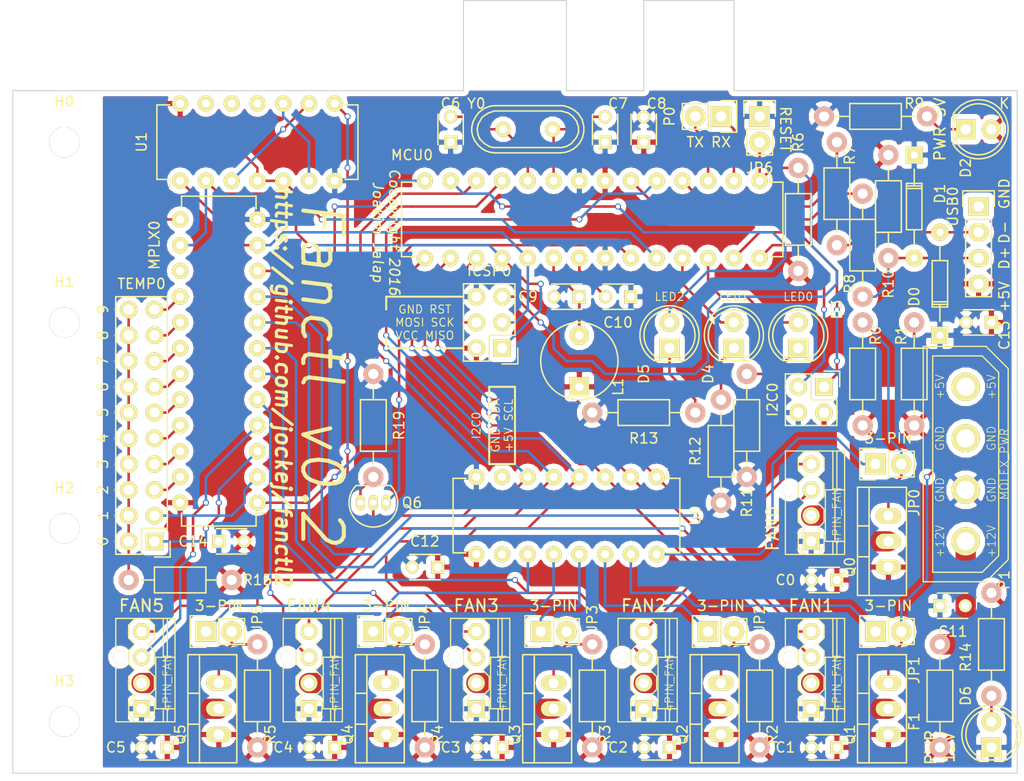
<source format=kicad_pcb>
(kicad_pcb (version 4) (host pcbnew 4.0.1-stable)
  (layers (0 F.Cu signal) (31 B.Cu signal) (34 B.Paste user) (35 F.Paste user) (36 B.SilkS user) (37 F.SilkS user) (38 B.Mask user) (39 F.Mask user) (44 Edge.Cuts user))
  (net 0 "")
  (net 1 +12V)
  (net 2 GND)
  (net 3 "Net-(C6-Pad2)")
  (net 4 "Net-(C7-Pad2)")
  (net 5 +5V)
  (net 6 "Net-(C9-Pad1)")
  (net 7 "Net-(C10-Pad2)")
  (net 8 "Net-(C11-Pad2)")
  (net 9 "Net-(D0-Pad2)")
  (net 10 "Net-(D1-Pad2)")
  (net 11 "Net-(D2-Pad1)")
  (net 12 "Net-(D3-Pad1)")
  (net 13 LED0)
  (net 14 "Net-(D4-Pad1)")
  (net 15 LED1)
  (net 16 "Net-(D5-Pad1)")
  (net 17 LED2)
  (net 18 "Net-(D6-Pad2)")
  (net 19 "Net-(FAN0-Pad2)")
  (net 20 TACH0)
  (net 21 PWM0)
  (net 22 "Net-(FAN1-Pad2)")
  (net 23 TACH1)
  (net 24 PWM1)
  (net 25 "Net-(FAN2-Pad2)")
  (net 26 TACH2)
  (net 27 PWM2)
  (net 28 "Net-(FAN3-Pad2)")
  (net 29 TACH3)
  (net 30 PWM3)
  (net 31 "Net-(FAN4-Pad2)")
  (net 32 TACH4)
  (net 33 PWM4)
  (net 34 "Net-(FAN5-Pad2)")
  (net 35 TACH5)
  (net 36 PWM5)
  (net 37 "Net-(I2C0-Pad1)")
  (net 38 "Net-(I2C0-Pad3)")
  (net 39 SEL2)
  (net 40 SEL1)
  (net 41 "Net-(ICSP0-Pad5)")
  (net 42 PWM12_0)
  (net 43 "Net-(JP0-Pad2)")
  (net 44 PWM12_1)
  (net 45 "Net-(JP1-Pad2)")
  (net 46 PWM12_2)
  (net 47 "Net-(JP2-Pad2)")
  (net 48 PWM12_3)
  (net 49 "Net-(JP3-Pad2)")
  (net 50 PWM12_4)
  (net 51 "Net-(JP4-Pad2)")
  (net 52 PWM12_5)
  (net 53 "Net-(JP5-Pad2)")
  (net 54 "Net-(MCU0-Pad2)")
  (net 55 "Net-(MCU0-Pad3)")
  (net 56 "Net-(MCU0-Pad4)")
  (net 57 "Net-(MCU0-Pad6)")
  (net 58 SEL0)
  (net 59 SENS0)
  (net 60 SEL3)
  (net 61 "Net-(MPLX0-Pad2)")
  (net 62 "Net-(MPLX0-Pad3)")
  (net 63 "Net-(MPLX0-Pad15)")
  (net 64 "Net-(MPLX0-Pad16)")
  (net 65 "Net-(MPLX0-Pad17)")
  (net 66 "Net-(MPLX0-Pad18)")
  (net 67 "Net-(MPLX0-Pad19)")
  (net 68 "Net-(MPLX0-Pad20)")
  (net 69 "Net-(MPLX0-Pad21)")
  (net 70 "Net-(MPLX0-Pad22)")
  (net 71 "Net-(MPLX0-Pad23)")
  (net 72 "Net-(P1-Pad3)")
  (net 73 "Net-(P1-Pad4)")
  (net 74 "Net-(Q6-Pad2)")
  (net 75 "Net-(Q6-Pad3)")
  (net 76 "Net-(R15-Pad2)")
  (net 77 "Net-(U0-Pad7)")
  (net 78 "Net-(U0-Pad10)")
  (net 79 "Net-(U1-Pad3)")
  (net 80 "Net-(U1-Pad10)")
  (net 81 "Net-(USB0-Pad1)")
  (module Housings_DIP:DIP-24_W7.62mm (layer F.Cu) (at 76.2 123.19 180)
    (fp_text reference MPLX0 (at 10.16 25.4 450) (layer F.SilkS))
    (fp_text value Multiplexer_16:1)
    (pad 1 thru_hole oval (at 0 0 180) (size 1.6 1.6) (drill 0.8) (layers *.Cu *.Mask F.SilkS) (net 59 SENS0))
    (pad 2 thru_hole oval (at 0 2.54 180) (size 1.6 1.6) (drill 0.8) (layers *.Cu *.Mask F.SilkS) (net 61 "Net-(MPLX0-Pad2)"))
    (pad 3 thru_hole oval (at 0 5.08 180) (size 1.6 1.6) (drill 0.8) (layers *.Cu *.Mask F.SilkS) (net 62 "Net-(MPLX0-Pad3)"))
    (pad 4 thru_hole oval (at 0 7.62 180) (size 1.6 1.6) (drill 0.8) (layers *.Cu *.Mask F.SilkS) (net 35 TACH5))
    (pad 5 thru_hole oval (at 0 10.16 180) (size 1.6 1.6) (drill 0.8) (layers *.Cu *.Mask F.SilkS) (net 32 TACH4))
    (pad 6 thru_hole oval (at 0 12.7 180) (size 1.6 1.6) (drill 0.8) (layers *.Cu *.Mask F.SilkS) (net 29 TACH3))
    (pad 7 thru_hole oval (at 0 15.24 180) (size 1.6 1.6) (drill 0.8) (layers *.Cu *.Mask F.SilkS) (net 26 TACH2))
    (pad 8 thru_hole oval (at 0 17.78 180) (size 1.6 1.6) (drill 0.8) (layers *.Cu *.Mask F.SilkS) (net 23 TACH1))
    (pad 9 thru_hole oval (at 0 20.32 180) (size 1.6 1.6) (drill 0.8) (layers *.Cu *.Mask F.SilkS) (net 20 TACH0))
    (pad 10 thru_hole oval (at 0 22.86 180) (size 1.6 1.6) (drill 0.8) (layers *.Cu *.Mask F.SilkS) (net 58 SEL0))
    (pad 11 thru_hole oval (at 0 25.4 180) (size 1.6 1.6) (drill 0.8) (layers *.Cu *.Mask F.SilkS) (net 40 SEL1))
    (pad 12 thru_hole oval (at 0 27.94 180) (size 1.6 1.6) (drill 0.8) (layers *.Cu *.Mask F.SilkS) (net 2 GND))
    (pad 13 thru_hole oval (at 7.62 27.94 180) (size 1.6 1.6) (drill 0.8) (layers *.Cu *.Mask F.SilkS) (net 60 SEL3))
    (pad 14 thru_hole oval (at 7.62 25.4 180) (size 1.6 1.6) (drill 0.8) (layers *.Cu *.Mask F.SilkS) (net 39 SEL2))
    (pad 15 thru_hole oval (at 7.62 22.86 180) (size 1.6 1.6) (drill 0.8) (layers *.Cu *.Mask F.SilkS) (net 63 "Net-(MPLX0-Pad15)"))
    (pad 16 thru_hole oval (at 7.62 20.32 180) (size 1.6 1.6) (drill 0.8) (layers *.Cu *.Mask F.SilkS) (net 64 "Net-(MPLX0-Pad16)"))
    (pad 17 thru_hole oval (at 7.62 17.78 180) (size 1.6 1.6) (drill 0.8) (layers *.Cu *.Mask F.SilkS) (net 65 "Net-(MPLX0-Pad17)"))
    (pad 18 thru_hole oval (at 7.62 15.24 180) (size 1.6 1.6) (drill 0.8) (layers *.Cu *.Mask F.SilkS) (net 66 "Net-(MPLX0-Pad18)"))
    (pad 19 thru_hole oval (at 7.62 12.7 180) (size 1.6 1.6) (drill 0.8) (layers *.Cu *.Mask F.SilkS) (net 67 "Net-(MPLX0-Pad19)"))
    (pad 20 thru_hole oval (at 7.62 10.16 180) (size 1.6 1.6) (drill 0.8) (layers *.Cu *.Mask F.SilkS) (net 68 "Net-(MPLX0-Pad20)"))
    (pad 21 thru_hole oval (at 7.62 7.62 180) (size 1.6 1.6) (drill 0.8) (layers *.Cu *.Mask F.SilkS) (net 69 "Net-(MPLX0-Pad21)"))
    (pad 22 thru_hole oval (at 7.62 5.08 180) (size 1.6 1.6) (drill 0.8) (layers *.Cu *.Mask F.SilkS) (net 70 "Net-(MPLX0-Pad22)"))
    (pad 23 thru_hole oval (at 7.62 2.54 180) (size 1.6 1.6) (drill 0.8) (layers *.Cu *.Mask F.SilkS) (net 71 "Net-(MPLX0-Pad23)"))
    (pad 24 thru_hole oval (at 7.62 0 180) (size 1.6 1.6) (drill 0.8) (layers *.Cu *.Mask F.SilkS) (net 5 +5V))
  )
  (module Capacitors_ThroughHole:C_Disc_D3_P2.5 (layer F.Cu) (at 133.35 130.81 180)
    (fp_text reference C0 (at 5.08 0 180) (layer F.SilkS))
    (fp_text value Decoupler)
    (pad 1 thru_hole rect (at 0 0 180) (size 1.3 1.3) (drill 0.8) (layers *.Cu *.Mask F.SilkS) (net 1 +12V))
    (pad 2 thru_hole circle (at 2.5 0 180) (size 1.3 1.3) (drill 0.8001) (layers *.Cu *.Mask F.SilkS) (net 2 GND))
  )
  (module Capacitors_ThroughHole:C_Disc_D3_P2.5 (layer F.Cu) (at 133.35 147.32 180)
    (fp_text reference C1 (at 5.08 0 180) (layer F.SilkS))
    (fp_text value Decoupler)
    (pad 1 thru_hole rect (at 0 0 180) (size 1.3 1.3) (drill 0.8) (layers *.Cu *.Mask F.SilkS) (net 1 +12V))
    (pad 2 thru_hole circle (at 2.5 0 180) (size 1.3 1.3) (drill 0.8001) (layers *.Cu *.Mask F.SilkS) (net 2 GND))
  )
  (module Capacitors_ThroughHole:C_Disc_D3_P2.5 (layer F.Cu) (at 116.84 147.32 180)
    (fp_text reference C2 (at 5.08 0 180) (layer F.SilkS))
    (fp_text value Decoupler)
    (pad 1 thru_hole rect (at 0 0 180) (size 1.3 1.3) (drill 0.8) (layers *.Cu *.Mask F.SilkS) (net 1 +12V))
    (pad 2 thru_hole circle (at 2.5 0 180) (size 1.3 1.3) (drill 0.8001) (layers *.Cu *.Mask F.SilkS) (net 2 GND))
  )
  (module Capacitors_ThroughHole:C_Disc_D3_P2.5 (layer F.Cu) (at 100.33 147.32 180)
    (fp_text reference C3 (at 5.08 0 180) (layer F.SilkS))
    (fp_text value Decoupler)
    (pad 1 thru_hole rect (at 0 0 180) (size 1.3 1.3) (drill 0.8) (layers *.Cu *.Mask F.SilkS) (net 1 +12V))
    (pad 2 thru_hole circle (at 2.5 0 180) (size 1.3 1.3) (drill 0.8001) (layers *.Cu *.Mask F.SilkS) (net 2 GND))
  )
  (module Capacitors_ThroughHole:C_Disc_D3_P2.5 (layer F.Cu) (at 83.82 147.32 180)
    (fp_text reference C4 (at 5.08 0 180) (layer F.SilkS))
    (fp_text value Decoupler)
    (pad 1 thru_hole rect (at 0 0 180) (size 1.3 1.3) (drill 0.8) (layers *.Cu *.Mask F.SilkS) (net 1 +12V))
    (pad 2 thru_hole circle (at 2.5 0 180) (size 1.3 1.3) (drill 0.8001) (layers *.Cu *.Mask F.SilkS) (net 2 GND))
  )
  (module Capacitors_ThroughHole:C_Disc_D3_P2.5 (layer F.Cu) (at 67.31 147.32 180)
    (fp_text reference C5 (at 5.08 0 180) (layer F.SilkS))
    (fp_text value Decoupler)
    (pad 1 thru_hole rect (at 0 0 180) (size 1.3 1.3) (drill 0.8) (layers *.Cu *.Mask F.SilkS) (net 1 +12V))
    (pad 2 thru_hole circle (at 2.5 0 180) (size 1.3 1.3) (drill 0.8001) (layers *.Cu *.Mask F.SilkS) (net 2 GND))
  )
  (module Capacitors_ThroughHole:C_Disc_D3_P2.5 (layer F.Cu) (at 95.25 87.63 90)
    (fp_text reference C6 (at 3.81 0 180) (layer F.SilkS))
    (fp_text value Decoupler)
    (pad 1 thru_hole rect (at 0 0 90) (size 1.3 1.3) (drill 0.8) (layers *.Cu *.Mask F.SilkS) (net 2 GND))
    (pad 2 thru_hole circle (at 2.5 0 90) (size 1.3 1.3) (drill 0.8001) (layers *.Cu *.Mask F.SilkS) (net 3 "Net-(C6-Pad2)"))
  )
  (module Capacitors_ThroughHole:C_Disc_D3_P2.5 (layer F.Cu) (at 110.49 87.63 90)
    (fp_text reference C7 (at 3.81 1.27 180) (layer F.SilkS))
    (fp_text value Decoupler)
    (pad 1 thru_hole rect (at 0 0 90) (size 1.3 1.3) (drill 0.8) (layers *.Cu *.Mask F.SilkS) (net 2 GND))
    (pad 2 thru_hole circle (at 2.5 0 90) (size 1.3 1.3) (drill 0.8001) (layers *.Cu *.Mask F.SilkS) (net 4 "Net-(C7-Pad2)"))
  )
  (module Capacitors_ThroughHole:C_Disc_D3_P2.5 (layer F.Cu) (at 114.3 87.63 90)
    (fp_text reference C8 (at 3.81 1.27 180) (layer F.SilkS))
    (fp_text value Decoupler)
    (pad 1 thru_hole rect (at 0 0 90) (size 1.3 1.3) (drill 0.8) (layers *.Cu *.Mask F.SilkS) (net 5 +5V))
    (pad 2 thru_hole circle (at 2.5 0 90) (size 1.3 1.3) (drill 0.8001) (layers *.Cu *.Mask F.SilkS) (net 2 GND))
  )
  (module Capacitors_ThroughHole:C_Disc_D3_P2.5 (layer F.Cu) (at 107.95 102.87 180)
    (fp_text reference C9 (at 5.08 0 180) (layer F.SilkS))
    (fp_text value Decoupler)
    (pad 1 thru_hole rect (at 0 0 180) (size 1.3 1.3) (drill 0.8) (layers *.Cu *.Mask F.SilkS) (net 6 "Net-(C9-Pad1)"))
    (pad 2 thru_hole circle (at 2.5 0 180) (size 1.3 1.3) (drill 0.8001) (layers *.Cu *.Mask F.SilkS) (net 2 GND))
  )
  (module Capacitors_ThroughHole:C_Disc_D3_P2.5 (layer F.Cu) (at 113.03 102.87 180)
    (fp_text reference C10 (at 1.27 -2.54 180) (layer F.SilkS))
    (fp_text value Decoupler)
    (pad 1 thru_hole rect (at 0 0 180) (size 1.3 1.3) (drill 0.8) (layers *.Cu *.Mask F.SilkS) (net 2 GND))
    (pad 2 thru_hole circle (at 2.5 0 180) (size 1.3 1.3) (drill 0.8001) (layers *.Cu *.Mask F.SilkS) (net 7 "Net-(C10-Pad2)"))
  )
  (module Capacitors_ThroughHole:C_Disc_D3_P2.5 (layer F.Cu) (at 143.51 133.35)
    (fp_text reference C11 (at 1.27 2.54 180) (layer F.SilkS))
    (fp_text value Decoupler)
    (pad 1 thru_hole rect (at 0 0) (size 1.3 1.3) (drill 0.8) (layers *.Cu *.Mask F.SilkS) (net 2 GND))
    (pad 2 thru_hole circle (at 2.5 0) (size 1.3 1.3) (drill 0.8001) (layers *.Cu *.Mask F.SilkS) (net 8 "Net-(C11-Pad2)"))
  )
  (module Capacitors_ThroughHole:C_Disc_D3_P2.5 (layer F.Cu) (at 93.98 129.54 180)
    (fp_text reference C12 (at 1.27 2.54 360) (layer F.SilkS))
    (fp_text value Decoupler)
    (pad 1 thru_hole rect (at 0 0 180) (size 1.3 1.3) (drill 0.8) (layers *.Cu *.Mask F.SilkS) (net 1 +12V))
    (pad 2 thru_hole circle (at 2.5 0 180) (size 1.3 1.3) (drill 0.8001) (layers *.Cu *.Mask F.SilkS) (net 2 GND))
  )
  (module Capacitors_ThroughHole:C_Disc_D3_P2.5 (layer F.Cu) (at 148.59 105.41 180)
    (fp_text reference C13 (at -1.27 -1.27 270) (layer F.SilkS))
    (fp_text value Decoupler)
    (pad 1 thru_hole rect (at 0 0 180) (size 1.3 1.3) (drill 0.8) (layers *.Cu *.Mask F.SilkS) (net 5 +5V))
    (pad 2 thru_hole circle (at 2.5 0 180) (size 1.3 1.3) (drill 0.8001) (layers *.Cu *.Mask F.SilkS) (net 2 GND))
  )
  (module Capacitors_ThroughHole:C_Disc_D3_P2.5 (layer F.Cu) (at 72.39 127)
    (fp_text reference C14 (at -2.54 0) (layer F.SilkS))
    (fp_text value Decoupler)
    (pad 1 thru_hole rect (at 0 0) (size 1.3 1.3) (drill 0.8) (layers *.Cu *.Mask F.SilkS) (net 2 GND))
    (pad 2 thru_hole circle (at 2.5 0) (size 1.3 1.3) (drill 0.8001) (layers *.Cu *.Mask F.SilkS) (net 5 +5V))
  )
  (module Diodes_ThroughHole:Diode_DO-35_SOD27_Horizontal_RM10 (layer F.Cu) (at 143.51 106.68 90)
    (fp_text reference D0 (at 3.81 -2.54 90) (layer F.SilkS))
    (fp_text value ZENER)
    (pad 2 thru_hole circle (at 10.16052 -0.00254 270) (size 1.69926 1.69926) (drill 0.70104) (layers *.Cu *.Mask F.SilkS) (net 9 "Net-(D0-Pad2)"))
    (pad 1 thru_hole rect (at 0.00052 -0.00254 270) (size 1.69926 1.69926) (drill 0.70104) (layers *.Cu *.Mask F.SilkS) (net 2 GND))
  )
  (module Diodes_ThroughHole:Diode_DO-35_SOD27_Horizontal_RM10 (layer F.Cu) (at 140.97 88.9 270)
    (fp_text reference D1 (at 3.81 -2.54 270) (layer F.SilkS))
    (fp_text value ZENER)
    (pad 2 thru_hole circle (at 10.16052 -0.00254 90) (size 1.69926 1.69926) (drill 0.70104) (layers *.Cu *.Mask F.SilkS) (net 10 "Net-(D1-Pad2)"))
    (pad 1 thru_hole rect (at 0.00052 -0.00254 90) (size 1.69926 1.69926) (drill 0.70104) (layers *.Cu *.Mask F.SilkS) (net 2 GND))
  )
  (module LEDs:LED-5MM (layer F.Cu) (at 146.05 86.36)
    (fp_text reference D2 (at 0 3.81 90) (layer F.SilkS))
    (fp_text value LED)
    (fp_text user K (at 3.81 -2.54) (layer F.SilkS))
    (pad 1 thru_hole rect (at 0 0 90) (size 2 1.9) (drill 1.00076) (layers *.Cu *.Mask F.SilkS) (net 11 "Net-(D2-Pad1)"))
    (pad 2 thru_hole circle (at 2.54 0) (size 1.9 1.9) (drill 1.00076) (layers *.Cu *.Mask F.SilkS) (net 5 +5V))
  )
  (module LEDs:LED-5MM (layer F.Cu) (at 129.54 107.95 90)
    (fp_text reference D3 (at 3.81 3.81 90) (layer F.SilkS))
    (fp_text value LED)
    (pad 1 thru_hole rect (at 0 0 180) (size 2 1.9) (drill 1.00076) (layers *.Cu *.Mask F.SilkS) (net 12 "Net-(D3-Pad1)"))
    (pad 2 thru_hole circle (at 2.54 0 90) (size 1.9 1.9) (drill 1.00076) (layers *.Cu *.Mask F.SilkS) (net 13 LED0))
  )
  (module LEDs:LED-5MM (layer F.Cu) (at 123.19 107.95 90)
    (fp_text reference D4 (at -2.54 -2.54 90) (layer F.SilkS))
    (fp_text value LED)
    (pad 1 thru_hole rect (at 0 0 180) (size 2 1.9) (drill 1.00076) (layers *.Cu *.Mask F.SilkS) (net 14 "Net-(D4-Pad1)"))
    (pad 2 thru_hole circle (at 2.54 0 90) (size 1.9 1.9) (drill 1.00076) (layers *.Cu *.Mask F.SilkS) (net 15 LED1))
  )
  (module LEDs:LED-5MM (layer F.Cu) (at 116.84 107.95 90)
    (fp_text reference D5 (at -2.54 -2.54 90) (layer F.SilkS))
    (fp_text value LED)
    (pad 1 thru_hole rect (at 0 0 180) (size 2 1.9) (drill 1.00076) (layers *.Cu *.Mask F.SilkS) (net 16 "Net-(D5-Pad1)"))
    (pad 2 thru_hole circle (at 2.54 0 90) (size 1.9 1.9) (drill 1.00076) (layers *.Cu *.Mask F.SilkS) (net 17 LED2))
  )
  (module LEDs:LED-5MM (layer F.Cu) (at 148.59 147.32 90)
    (fp_text reference D6 (at 5.08 -2.54 90) (layer F.SilkS))
    (fp_text value LED)
    (fp_text user K (at 5.08 0 90) (layer F.SilkS))
    (pad 1 thru_hole rect (at 0 0 180) (size 2 1.9) (drill 1.00076) (layers *.Cu *.Mask F.SilkS) (net 2 GND))
    (pad 2 thru_hole circle (at 2.54 0 90) (size 1.9 1.9) (drill 1.00076) (layers *.Cu *.Mask F.SilkS) (net 18 "Net-(D6-Pad2)"))
  )
  (module Resistors_ThroughHole:Resistor_Horizontal_RM10mm (layer F.Cu) (at 143.51 142.24 90)
    (fp_text reference F1 (at -2.54 -2.54 90) (layer F.SilkS))
    (fp_text value F_Small)
    (pad 1 thru_hole circle (at -5.08 0 90) (size 1.99898 1.99898) (drill 1.00076) (layers *.Cu *.SilkS *.Mask) (net 1 +12V))
    (pad 2 thru_hole circle (at 5.08 0 90) (size 1.99898 1.99898) (drill 1.00076) (layers *.Cu *.SilkS *.Mask) (net 8 "Net-(C11-Pad2)"))
  )
  (module ab2_header:AB2_HDR_M04-1V_CPU_FAN (layer F.Cu) (at 130.81 123.19 90)
    (fp_text reference FAN0 (at -2.54 -3.81 270) (layer F.SilkS) (effects (font (size 1.2 1.2) (thickness 0.18))))
    (fp_text value 4PIN_FAN (at -1.27 2.54 90) (layer F.SilkS) (effects (font (size 0.8128 0.8128) (thickness 0.0762))))
    (pad 1 thru_hole rect (at -3.81 0 90) (size 1.6764 1.6764) (drill 1.016) (layers *.Cu *.Mask F.SilkS) (net 2 GND))
    (pad 2 thru_hole circle (at -1.27 0 90) (size 1.6764 1.6764) (drill 1.016) (layers *.Cu *.Mask F.SilkS) (net 19 "Net-(FAN0-Pad2)"))
    (pad 3 thru_hole circle (at 1.27 0 90) (size 1.6764 1.6764) (drill 1.016) (layers *.Cu *.Mask F.SilkS) (net 20 TACH0))
    (pad 4 thru_hole circle (at 3.81 0 90) (size 1.6764 1.6764) (drill 1.016) (layers *.Cu *.Mask F.SilkS) (net 21 PWM0))
    (pad "" thru_hole circle (at 1.27 -2.16 90) (size 1.25 1.25) (drill 1.25) (layers *.Cu *.Mask F.SilkS))
  )
  (module ab2_header:AB2_HDR_M04-1V_CPU_FAN (layer F.Cu) (at 130.81 139.7 90)
    (fp_text reference FAN1 (at 6.35 0 180) (layer F.SilkS) (effects (font (size 1.2 1.2) (thickness 0.18))))
    (fp_text value 4PIN_FAN (at -1.27 2.54 90) (layer F.SilkS) (effects (font (size 0.8128 0.8128) (thickness 0.0762))))
    (pad 1 thru_hole rect (at -3.81 0 90) (size 1.6764 1.6764) (drill 1.016) (layers *.Cu *.Mask F.SilkS) (net 2 GND))
    (pad 2 thru_hole circle (at -1.27 0 90) (size 1.6764 1.6764) (drill 1.016) (layers *.Cu *.Mask F.SilkS) (net 22 "Net-(FAN1-Pad2)"))
    (pad 3 thru_hole circle (at 1.27 0 90) (size 1.6764 1.6764) (drill 1.016) (layers *.Cu *.Mask F.SilkS) (net 23 TACH1))
    (pad 4 thru_hole circle (at 3.81 0 90) (size 1.6764 1.6764) (drill 1.016) (layers *.Cu *.Mask F.SilkS) (net 24 PWM1))
    (pad "" thru_hole circle (at 1.27 -2.16 90) (size 1.25 1.25) (drill 1.25) (layers *.Cu *.Mask F.SilkS))
  )
  (module ab2_header:AB2_HDR_M04-1V_CPU_FAN (layer F.Cu) (at 114.3 139.7 90)
    (fp_text reference FAN2 (at 6.35 0 180) (layer F.SilkS) (effects (font (size 1.2 1.2) (thickness 0.18))))
    (fp_text value 4PIN_FAN (at -1.27 2.54 90) (layer F.SilkS) (effects (font (size 0.8128 0.8128) (thickness 0.0762))))
    (pad 1 thru_hole rect (at -3.81 0 90) (size 1.6764 1.6764) (drill 1.016) (layers *.Cu *.Mask F.SilkS) (net 2 GND))
    (pad 2 thru_hole circle (at -1.27 0 90) (size 1.6764 1.6764) (drill 1.016) (layers *.Cu *.Mask F.SilkS) (net 25 "Net-(FAN2-Pad2)"))
    (pad 3 thru_hole circle (at 1.27 0 90) (size 1.6764 1.6764) (drill 1.016) (layers *.Cu *.Mask F.SilkS) (net 26 TACH2))
    (pad 4 thru_hole circle (at 3.81 0 90) (size 1.6764 1.6764) (drill 1.016) (layers *.Cu *.Mask F.SilkS) (net 27 PWM2))
    (pad "" thru_hole circle (at 1.27 -2.16 90) (size 1.25 1.25) (drill 1.25) (layers *.Cu *.Mask F.SilkS))
  )
  (module ab2_header:AB2_HDR_M04-1V_CPU_FAN (layer F.Cu) (at 97.79 139.7 90)
    (fp_text reference FAN3 (at 6.35 0 180) (layer F.SilkS) (effects (font (size 1.2 1.2) (thickness 0.18))))
    (fp_text value 4PIN_FAN (at -1.27 2.54 90) (layer F.SilkS) (effects (font (size 0.8128 0.8128) (thickness 0.0762))))
    (pad 1 thru_hole rect (at -3.81 0 90) (size 1.6764 1.6764) (drill 1.016) (layers *.Cu *.Mask F.SilkS) (net 2 GND))
    (pad 2 thru_hole circle (at -1.27 0 90) (size 1.6764 1.6764) (drill 1.016) (layers *.Cu *.Mask F.SilkS) (net 28 "Net-(FAN3-Pad2)"))
    (pad 3 thru_hole circle (at 1.27 0 90) (size 1.6764 1.6764) (drill 1.016) (layers *.Cu *.Mask F.SilkS) (net 29 TACH3))
    (pad 4 thru_hole circle (at 3.81 0 90) (size 1.6764 1.6764) (drill 1.016) (layers *.Cu *.Mask F.SilkS) (net 30 PWM3))
    (pad "" thru_hole circle (at 1.27 -2.16 90) (size 1.25 1.25) (drill 1.25) (layers *.Cu *.Mask F.SilkS))
  )
  (module ab2_header:AB2_HDR_M04-1V_CPU_FAN (layer F.Cu) (at 81.28 139.7 90)
    (fp_text reference FAN4 (at 6.35 0 180) (layer F.SilkS) (effects (font (size 1.2 1.2) (thickness 0.18))))
    (fp_text value 4PIN_FAN (at -1.27 2.54 90) (layer F.SilkS) (effects (font (size 0.8128 0.8128) (thickness 0.0762))))
    (pad 1 thru_hole rect (at -3.81 0 90) (size 1.6764 1.6764) (drill 1.016) (layers *.Cu *.Mask F.SilkS) (net 2 GND))
    (pad 2 thru_hole circle (at -1.27 0 90) (size 1.6764 1.6764) (drill 1.016) (layers *.Cu *.Mask F.SilkS) (net 31 "Net-(FAN4-Pad2)"))
    (pad 3 thru_hole circle (at 1.27 0 90) (size 1.6764 1.6764) (drill 1.016) (layers *.Cu *.Mask F.SilkS) (net 32 TACH4))
    (pad 4 thru_hole circle (at 3.81 0 90) (size 1.6764 1.6764) (drill 1.016) (layers *.Cu *.Mask F.SilkS) (net 33 PWM4))
    (pad "" thru_hole circle (at 1.27 -2.16 90) (size 1.25 1.25) (drill 1.25) (layers *.Cu *.Mask F.SilkS))
  )
  (module ab2_header:AB2_HDR_M04-1V_CPU_FAN (layer F.Cu) (at 64.77 139.7 90)
    (fp_text reference FAN5 (at 6.35 0 180) (layer F.SilkS) (effects (font (size 1.2 1.2) (thickness 0.18))))
    (fp_text value 4PIN_FAN (at -1.27 2.54 90) (layer F.SilkS) (effects (font (size 0.8128 0.8128) (thickness 0.0762))))
    (pad 1 thru_hole rect (at -3.81 0 90) (size 1.6764 1.6764) (drill 1.016) (layers *.Cu *.Mask F.SilkS) (net 2 GND))
    (pad 2 thru_hole circle (at -1.27 0 90) (size 1.6764 1.6764) (drill 1.016) (layers *.Cu *.Mask F.SilkS) (net 34 "Net-(FAN5-Pad2)"))
    (pad 3 thru_hole circle (at 1.27 0 90) (size 1.6764 1.6764) (drill 1.016) (layers *.Cu *.Mask F.SilkS) (net 35 TACH5))
    (pad 4 thru_hole circle (at 3.81 0 90) (size 1.6764 1.6764) (drill 1.016) (layers *.Cu *.Mask F.SilkS) (net 36 PWM5))
    (pad "" thru_hole circle (at 1.27 -2.16 90) (size 1.25 1.25) (drill 1.25) (layers *.Cu *.Mask F.SilkS))
  )
  (module Pin_Headers:Pin_Header_Straight_2x03 (layer F.Cu) (at 100.33 107.95 180)
    (fp_text reference ICSP0 (at 1.27 7.62 180) (layer F.SilkS))
    (fp_text value Prog_con)
    (pad 1 thru_hole rect (at 0 0 180) (size 1.7272 1.7272) (drill 1.016) (layers *.Cu *.Mask F.SilkS) (net 39 SEL2))
    (pad 2 thru_hole oval (at 2.54 0 180) (size 1.7272 1.7272) (drill 1.016) (layers *.Cu *.Mask F.SilkS) (net 5 +5V))
    (pad 3 thru_hole oval (at 0 2.54 180) (size 1.7272 1.7272) (drill 1.016) (layers *.Cu *.Mask F.SilkS) (net 40 SEL1))
    (pad 4 thru_hole oval (at 2.54 2.54 180) (size 1.7272 1.7272) (drill 1.016) (layers *.Cu *.Mask F.SilkS) (net 21 PWM0))
    (pad 5 thru_hole oval (at 0 5.08 180) (size 1.7272 1.7272) (drill 1.016) (layers *.Cu *.Mask F.SilkS) (net 41 "Net-(ICSP0-Pad5)"))
    (pad 6 thru_hole oval (at 2.54 5.08 180) (size 1.7272 1.7272) (drill 1.016) (layers *.Cu *.Mask F.SilkS) (net 2 GND))
  )
  (module Pin_Headers:Pin_Header_Straight_1x02 (layer F.Cu) (at 137.16 119.38 90)
    (fp_text reference JP0 (at -3.81 3.81 90) (layer F.SilkS))
    (fp_text value Jumper_NC_Small)
    (pad 1 thru_hole rect (at 0 0 90) (size 2.032 2.032) (drill 1.016) (layers *.Cu *.Mask F.SilkS) (net 42 PWM12_0))
    (pad 2 thru_hole oval (at 0 2.54 90) (size 2.032 2.032) (drill 1.016) (layers *.Cu *.Mask F.SilkS) (net 43 "Net-(JP0-Pad2)"))
  )
  (module Pin_Headers:Pin_Header_Straight_1x02 (layer F.Cu) (at 137.16 135.89 90)
    (fp_text reference JP1 (at -3.81 3.81 90) (layer F.SilkS))
    (fp_text value Jumper_NC_Small)
    (pad 1 thru_hole rect (at 0 0 90) (size 2.032 2.032) (drill 1.016) (layers *.Cu *.Mask F.SilkS) (net 44 PWM12_1))
    (pad 2 thru_hole oval (at 0 2.54 90) (size 2.032 2.032) (drill 1.016) (layers *.Cu *.Mask F.SilkS) (net 45 "Net-(JP1-Pad2)"))
  )
  (module Pin_Headers:Pin_Header_Straight_1x02 (layer F.Cu) (at 120.65 135.89 90)
    (fp_text reference JP2 (at 1.27 5.08 90) (layer F.SilkS))
    (fp_text value Jumper_NC_Small)
    (pad 1 thru_hole rect (at 0 0 90) (size 2.032 2.032) (drill 1.016) (layers *.Cu *.Mask F.SilkS) (net 46 PWM12_2))
    (pad 2 thru_hole oval (at 0 2.54 90) (size 2.032 2.032) (drill 1.016) (layers *.Cu *.Mask F.SilkS) (net 47 "Net-(JP2-Pad2)"))
  )
  (module Pin_Headers:Pin_Header_Straight_1x02 (layer F.Cu) (at 104.14 135.89 90)
    (fp_text reference JP3 (at 1.27 5.08 90) (layer F.SilkS))
    (fp_text value Jumper_NC_Small)
    (pad 1 thru_hole rect (at 0 0 90) (size 2.032 2.032) (drill 1.016) (layers *.Cu *.Mask F.SilkS) (net 48 PWM12_3))
    (pad 2 thru_hole oval (at 0 2.54 90) (size 2.032 2.032) (drill 1.016) (layers *.Cu *.Mask F.SilkS) (net 49 "Net-(JP3-Pad2)"))
  )
  (module Pin_Headers:Pin_Header_Straight_1x02 (layer F.Cu) (at 87.63 135.89 90)
    (fp_text reference JP4 (at 1.27 5.08 90) (layer F.SilkS))
    (fp_text value Jumper_NC_Small)
    (pad 1 thru_hole rect (at 0 0 90) (size 2.032 2.032) (drill 1.016) (layers *.Cu *.Mask F.SilkS) (net 50 PWM12_4))
    (pad 2 thru_hole oval (at 0 2.54 90) (size 2.032 2.032) (drill 1.016) (layers *.Cu *.Mask F.SilkS) (net 51 "Net-(JP4-Pad2)"))
  )
  (module Pin_Headers:Pin_Header_Straight_1x02 (layer F.Cu) (at 71.12 135.89 90)
    (fp_text reference JP5 (at 1.27 5.08 270) (layer F.SilkS))
    (fp_text value Jumper_NC_Small)
    (pad 1 thru_hole rect (at 0 0 90) (size 2.032 2.032) (drill 1.016) (layers *.Cu *.Mask F.SilkS) (net 52 PWM12_5))
    (pad 2 thru_hole oval (at 0 2.54 90) (size 2.032 2.032) (drill 1.016) (layers *.Cu *.Mask F.SilkS) (net 53 "Net-(JP5-Pad2)"))
  )
  (module Pin_Headers:Pin_Header_Straight_1x02 (layer F.Cu) (at 125.73 85.09)
    (fp_text reference JP6 (at 0 5.08) (layer F.SilkS))
    (fp_text value Jumper_NO_Small)
    (pad 1 thru_hole rect (at 0 0) (size 2.032 2.032) (drill 1.016) (layers *.Cu *.Mask F.SilkS) (net 2 GND))
    (pad 2 thru_hole oval (at 0 2.54) (size 2.032 2.032) (drill 1.016) (layers *.Cu *.Mask F.SilkS) (net 41 "Net-(ICSP0-Pad5)"))
  )
  (module Inductors:INDUCTOR_V (layer F.Cu) (at 107.95 109.22 90)
    (fp_text reference L1 (at -2.54 3.81 90) (layer F.SilkS))
    (fp_text value INDUCTOR_SMALL)
    (pad 1 thru_hole rect (at -2.54 0 90) (size 1.905 1.905) (drill 0.8128) (layers *.Cu *.Mask F.SilkS) (net 5 +5V))
    (pad 2 thru_hole circle (at 2.54 0 90) (size 1.905 1.905) (drill 0.8128) (layers *.Cu *.Mask F.SilkS) (net 6 "Net-(C9-Pad1)"))
  )
  (module Housings_DIP:DIP-28_W7.62mm (layer F.Cu) (at 125.73 91.44 270)
    (fp_text reference MCU0 (at -2.54 34.29 360) (layer F.SilkS))
    (fp_text value ATMEGA168PA-P)
    (pad 1 thru_hole oval (at 0 0 270) (size 1.6 1.6) (drill 0.8) (layers *.Cu *.Mask F.SilkS) (net 41 "Net-(ICSP0-Pad5)"))
    (pad 2 thru_hole oval (at 0 2.54 270) (size 1.6 1.6) (drill 0.8) (layers *.Cu *.Mask F.SilkS) (net 54 "Net-(MCU0-Pad2)"))
    (pad 3 thru_hole oval (at 0 5.08 270) (size 1.6 1.6) (drill 0.8) (layers *.Cu *.Mask F.SilkS) (net 55 "Net-(MCU0-Pad3)"))
    (pad 4 thru_hole oval (at 0 7.62 270) (size 1.6 1.6) (drill 0.8) (layers *.Cu *.Mask F.SilkS) (net 56 "Net-(MCU0-Pad4)"))
    (pad 5 thru_hole oval (at 0 10.16 270) (size 1.6 1.6) (drill 0.8) (layers *.Cu *.Mask F.SilkS) (net 30 PWM3))
    (pad 6 thru_hole oval (at 0 12.7 270) (size 1.6 1.6) (drill 0.8) (layers *.Cu *.Mask F.SilkS) (net 57 "Net-(MCU0-Pad6)"))
    (pad 7 thru_hole oval (at 0 15.24 270) (size 1.6 1.6) (drill 0.8) (layers *.Cu *.Mask F.SilkS) (net 5 +5V))
    (pad 8 thru_hole oval (at 0 17.78 270) (size 1.6 1.6) (drill 0.8) (layers *.Cu *.Mask F.SilkS) (net 2 GND))
    (pad 9 thru_hole oval (at 0 20.32 270) (size 1.6 1.6) (drill 0.8) (layers *.Cu *.Mask F.SilkS) (net 4 "Net-(C7-Pad2)"))
    (pad 10 thru_hole oval (at 0 22.86 270) (size 1.6 1.6) (drill 0.8) (layers *.Cu *.Mask F.SilkS) (net 3 "Net-(C6-Pad2)"))
    (pad 11 thru_hole oval (at 0 25.4 270) (size 1.6 1.6) (drill 0.8) (layers *.Cu *.Mask F.SilkS) (net 33 PWM4))
    (pad 12 thru_hole oval (at 0 27.94 270) (size 1.6 1.6) (drill 0.8) (layers *.Cu *.Mask F.SilkS) (net 36 PWM5))
    (pad 13 thru_hole oval (at 0 30.48 270) (size 1.6 1.6) (drill 0.8) (layers *.Cu *.Mask F.SilkS) (net 17 LED2))
    (pad 14 thru_hole oval (at 0 33.02 270) (size 1.6 1.6) (drill 0.8) (layers *.Cu *.Mask F.SilkS) (net 58 SEL0))
    (pad 15 thru_hole oval (at 7.62 33.02 270) (size 1.6 1.6) (drill 0.8) (layers *.Cu *.Mask F.SilkS) (net 27 PWM2))
    (pad 16 thru_hole oval (at 7.62 30.48 270) (size 1.6 1.6) (drill 0.8) (layers *.Cu *.Mask F.SilkS) (net 24 PWM1))
    (pad 17 thru_hole oval (at 7.62 27.94 270) (size 1.6 1.6) (drill 0.8) (layers *.Cu *.Mask F.SilkS) (net 21 PWM0))
    (pad 18 thru_hole oval (at 7.62 25.4 270) (size 1.6 1.6) (drill 0.8) (layers *.Cu *.Mask F.SilkS) (net 39 SEL2))
    (pad 19 thru_hole oval (at 7.62 22.86 270) (size 1.6 1.6) (drill 0.8) (layers *.Cu *.Mask F.SilkS) (net 40 SEL1))
    (pad 20 thru_hole oval (at 7.62 20.32 270) (size 1.6 1.6) (drill 0.8) (layers *.Cu *.Mask F.SilkS) (net 6 "Net-(C9-Pad1)"))
    (pad 21 thru_hole oval (at 7.62 17.78 270) (size 1.6 1.6) (drill 0.8) (layers *.Cu *.Mask F.SilkS) (net 7 "Net-(C10-Pad2)"))
    (pad 22 thru_hole oval (at 7.62 15.24 270) (size 1.6 1.6) (drill 0.8) (layers *.Cu *.Mask F.SilkS) (net 2 GND))
    (pad 23 thru_hole oval (at 7.62 12.7 270) (size 1.6 1.6) (drill 0.8) (layers *.Cu *.Mask F.SilkS) (net 59 SENS0))
    (pad 24 thru_hole oval (at 7.62 10.16 270) (size 1.6 1.6) (drill 0.8) (layers *.Cu *.Mask F.SilkS) (net 60 SEL3))
    (pad 25 thru_hole oval (at 7.62 7.62 270) (size 1.6 1.6) (drill 0.8) (layers *.Cu *.Mask F.SilkS) (net 15 LED1))
    (pad 26 thru_hole oval (at 7.62 5.08 270) (size 1.6 1.6) (drill 0.8) (layers *.Cu *.Mask F.SilkS) (net 13 LED0))
    (pad 27 thru_hole oval (at 7.62 2.54 270) (size 1.6 1.6) (drill 0.8) (layers *.Cu *.Mask F.SilkS) (net 37 "Net-(I2C0-Pad1)"))
    (pad 28 thru_hole oval (at 7.62 0 270) (size 1.6 1.6) (drill 0.8) (layers *.Cu *.Mask F.SilkS) (net 38 "Net-(I2C0-Pad3)"))
  )
  (module Pin_Headers:Pin_Header_Straight_1x02 (layer F.Cu) (at 121.92 85.09 270)
    (fp_text reference P0 (at 0 5.08 450) (layer F.SilkS))
    (fp_text value CONN_01X02)
    (pad 1 thru_hole rect (at 0 0 270) (size 2.032 2.032) (drill 1.016) (layers *.Cu *.Mask F.SilkS) (net 54 "Net-(MCU0-Pad2)"))
    (pad 2 thru_hole oval (at 0 2.54 270) (size 2.032 2.032) (drill 1.016) (layers *.Cu *.Mask F.SilkS) (net 55 "Net-(MCU0-Pad3)"))
  )
  (module ab2_power:AB2_ATX_PSU-4PIN-V (layer F.Cu) (at 146.05 119.38 90)
    (fp_text reference P1 (at -11.43 3.81 90) (layer F.SilkS))
    (fp_text value MOLEX_PWR (at 0 3.81 90) (layer F.SilkS) (effects (font (size 0.8128 0.8128) (thickness 0.0762))))
    (fp_text user GND (at 2.54 -2.54 90) (layer F.SilkS) (effects (font (size 0.8128 0.8128) (thickness 0.0762))))
    (fp_text user +5V (at 7.62 -2.54 90) (layer F.SilkS) (effects (font (size 0.8128 0.8128) (thickness 0.0762))))
    (fp_text user GND (at -2.54 -2.54 90) (layer F.SilkS) (effects (font (size 0.8128 0.8128) (thickness 0.0762))))
    (fp_text user +12V (at -7.62 -2.54 90) (layer F.SilkS) (effects (font (size 0.8128 0.8128) (thickness 0.0762))))
    (fp_text user +5V (at 7.62 2.54 90) (layer F.SilkS) (effects (font (size 0.8128 0.8128) (thickness 0.0762))))
    (fp_text user GND (at 2.54 2.54 90) (layer F.SilkS) (effects (font (size 0.8128 0.8128) (thickness 0.0762))))
    (fp_text user GND (at -2.54 2.54 90) (layer F.SilkS) (effects (font (size 0.8128 0.8128) (thickness 0.0762))))
    (fp_text user +12V (at -7.62 2.54 90) (layer F.SilkS) (effects (font (size 0.8128 0.8128) (thickness 0.0762))))
    (pad 2 thru_hole circle (at -2.54 0 90) (size 2.794 2.794) (drill 1.778) (layers *.Cu *.Mask F.SilkS) (net 2 GND))
    (pad 1 thru_hole circle (at -7.62 0 90) (size 2.794 2.794) (drill 1.778) (layers *.Cu *.Mask F.SilkS) (net 8 "Net-(C11-Pad2)"))
    (pad 3 thru_hole circle (at 2.54 0 90) (size 2.794 2.794) (drill 1.778) (layers *.Cu *.Mask F.SilkS) (net 72 "Net-(P1-Pad3)"))
    (pad 4 thru_hole circle (at 7.62 0 90) (size 2.794 2.794) (drill 1.778) (layers *.Cu *.Mask F.SilkS) (net 73 "Net-(P1-Pad4)"))
  )
  (module TO_SOT_Packages_THT:TO-220_Neutral123_Vertical (layer F.Cu) (at 138.43 127 90)
    (fp_text reference Q0 (at -2.54 -3.81 90) (layer F.SilkS))
    (fp_text value FAN_PMOS)
    (pad 2 thru_hole oval (at 0 0 180) (size 2.49936 1.50114) (drill 1.00076) (layers *.Cu *.Mask F.SilkS) (net 19 "Net-(FAN0-Pad2)"))
    (pad 1 thru_hole oval (at -2.54 0 180) (size 2.49936 1.50114) (drill 1.00076) (layers *.Cu *.Mask F.SilkS) (net 1 +12V))
    (pad 3 thru_hole oval (at 2.54 0 180) (size 2.49936 1.50114) (drill 1.00076) (layers *.Cu *.Mask F.SilkS) (net 43 "Net-(JP0-Pad2)"))
  )
  (module TO_SOT_Packages_THT:TO-220_Neutral123_Vertical (layer F.Cu) (at 138.43 143.51 90)
    (fp_text reference Q1 (at -2.54 -3.81 90) (layer F.SilkS))
    (fp_text value FAN_PMOS)
    (pad 2 thru_hole oval (at 0 0 180) (size 2.49936 1.50114) (drill 1.00076) (layers *.Cu *.Mask F.SilkS) (net 22 "Net-(FAN1-Pad2)"))
    (pad 1 thru_hole oval (at -2.54 0 180) (size 2.49936 1.50114) (drill 1.00076) (layers *.Cu *.Mask F.SilkS) (net 1 +12V))
    (pad 3 thru_hole oval (at 2.54 0 180) (size 2.49936 1.50114) (drill 1.00076) (layers *.Cu *.Mask F.SilkS) (net 45 "Net-(JP1-Pad2)"))
  )
  (module TO_SOT_Packages_THT:TO-220_Neutral123_Vertical (layer F.Cu) (at 121.92 143.51 90)
    (fp_text reference Q2 (at -2.54 -3.81 90) (layer F.SilkS))
    (fp_text value FAN_PMOS)
    (pad 2 thru_hole oval (at 0 0 180) (size 2.49936 1.50114) (drill 1.00076) (layers *.Cu *.Mask F.SilkS) (net 25 "Net-(FAN2-Pad2)"))
    (pad 1 thru_hole oval (at -2.54 0 180) (size 2.49936 1.50114) (drill 1.00076) (layers *.Cu *.Mask F.SilkS) (net 1 +12V))
    (pad 3 thru_hole oval (at 2.54 0 180) (size 2.49936 1.50114) (drill 1.00076) (layers *.Cu *.Mask F.SilkS) (net 47 "Net-(JP2-Pad2)"))
  )
  (module TO_SOT_Packages_THT:TO-220_Neutral123_Vertical (layer F.Cu) (at 105.41 143.51 90)
    (fp_text reference Q3 (at -2.54 -3.81 90) (layer F.SilkS))
    (fp_text value FAN_PMOS)
    (pad 2 thru_hole oval (at 0 0 180) (size 2.49936 1.50114) (drill 1.00076) (layers *.Cu *.Mask F.SilkS) (net 28 "Net-(FAN3-Pad2)"))
    (pad 1 thru_hole oval (at -2.54 0 180) (size 2.49936 1.50114) (drill 1.00076) (layers *.Cu *.Mask F.SilkS) (net 1 +12V))
    (pad 3 thru_hole oval (at 2.54 0 180) (size 2.49936 1.50114) (drill 1.00076) (layers *.Cu *.Mask F.SilkS) (net 49 "Net-(JP3-Pad2)"))
  )
  (module TO_SOT_Packages_THT:TO-220_Neutral123_Vertical (layer F.Cu) (at 88.9 143.51 90)
    (fp_text reference Q4 (at -2.54 -3.81 90) (layer F.SilkS))
    (fp_text value FAN_PMOS)
    (pad 2 thru_hole oval (at 0 0 180) (size 2.49936 1.50114) (drill 1.00076) (layers *.Cu *.Mask F.SilkS) (net 31 "Net-(FAN4-Pad2)"))
    (pad 1 thru_hole oval (at -2.54 0 180) (size 2.49936 1.50114) (drill 1.00076) (layers *.Cu *.Mask F.SilkS) (net 1 +12V))
    (pad 3 thru_hole oval (at 2.54 0 180) (size 2.49936 1.50114) (drill 1.00076) (layers *.Cu *.Mask F.SilkS) (net 51 "Net-(JP4-Pad2)"))
  )
  (module TO_SOT_Packages_THT:TO-220_Neutral123_Vertical (layer F.Cu) (at 72.39 143.51 90)
    (fp_text reference Q5 (at -2.54 -3.81 270) (layer F.SilkS))
    (fp_text value FAN_PMOS)
    (pad 2 thru_hole oval (at 0 0 180) (size 2.49936 1.50114) (drill 1.00076) (layers *.Cu *.Mask F.SilkS) (net 34 "Net-(FAN5-Pad2)"))
    (pad 1 thru_hole oval (at -2.54 0 180) (size 2.49936 1.50114) (drill 1.00076) (layers *.Cu *.Mask F.SilkS) (net 1 +12V))
    (pad 3 thru_hole oval (at 2.54 0 180) (size 2.49936 1.50114) (drill 1.00076) (layers *.Cu *.Mask F.SilkS) (net 53 "Net-(JP5-Pad2)"))
  )
  (module TO_SOT_Packages_THT:TO-92_Inline_Narrow_Oval (layer F.Cu) (at 88.9 123.19 180)
    (fp_text reference Q6 (at -2.54 0 180) (layer F.SilkS))
    (fp_text value BC413)
    (pad 2 thru_hole oval (at 1.27 0) (size 0.89916 1.50114) (drill 0.6) (layers *.Cu *.Mask F.SilkS) (net 74 "Net-(Q6-Pad2)"))
    (pad 3 thru_hole oval (at 2.54 0) (size 0.89916 1.50114) (drill 0.6) (layers *.Cu *.Mask F.SilkS) (net 75 "Net-(Q6-Pad3)"))
    (pad 1 thru_hole oval (at 0 0) (size 0.89916 1.50114) (drill 0.6) (layers *.Cu *.Mask F.SilkS) (net 59 SENS0))
  )
  (module Resistors_ThroughHole:Resistor_Horizontal_RM10mm (layer F.Cu) (at 135.89 110.49 90)
    (fp_text reference R0 (at 3.81 1.27 90) (layer F.SilkS))
    (fp_text value FANCTL2_R)
    (pad 1 thru_hole circle (at -5.08 0 90) (size 1.99898 1.99898) (drill 1.00076) (layers *.Cu *.SilkS *.Mask) (net 1 +12V))
    (pad 2 thru_hole circle (at 5.08 0 90) (size 1.99898 1.99898) (drill 1.00076) (layers *.Cu *.SilkS *.Mask) (net 43 "Net-(JP0-Pad2)"))
  )
  (module Resistors_ThroughHole:Resistor_Horizontal_RM10mm (layer F.Cu) (at 140.97 110.49 90)
    (fp_text reference R1 (at 3.81 -1.27 90) (layer F.SilkS))
    (fp_text value FANCTL2_R)
    (pad 1 thru_hole circle (at -5.08 0 90) (size 1.99898 1.99898) (drill 1.00076) (layers *.Cu *.SilkS *.Mask) (net 1 +12V))
    (pad 2 thru_hole circle (at 5.08 0 90) (size 1.99898 1.99898) (drill 1.00076) (layers *.Cu *.SilkS *.Mask) (net 45 "Net-(JP1-Pad2)"))
  )
  (module Resistors_ThroughHole:Resistor_Horizontal_RM10mm (layer F.Cu) (at 125.73 142.24 90)
    (fp_text reference R2 (at -3.81 1.27 90) (layer F.SilkS))
    (fp_text value FANCTL2_R)
    (pad 1 thru_hole circle (at -5.08 0 90) (size 1.99898 1.99898) (drill 1.00076) (layers *.Cu *.SilkS *.Mask) (net 1 +12V))
    (pad 2 thru_hole circle (at 5.08 0 90) (size 1.99898 1.99898) (drill 1.00076) (layers *.Cu *.SilkS *.Mask) (net 47 "Net-(JP2-Pad2)"))
  )
  (module Resistors_ThroughHole:Resistor_Horizontal_RM10mm (layer F.Cu) (at 109.22 142.24 90)
    (fp_text reference R3 (at -3.81 1.27 90) (layer F.SilkS))
    (fp_text value FANCTL2_R)
    (pad 1 thru_hole circle (at -5.08 0 90) (size 1.99898 1.99898) (drill 1.00076) (layers *.Cu *.SilkS *.Mask) (net 1 +12V))
    (pad 2 thru_hole circle (at 5.08 0 90) (size 1.99898 1.99898) (drill 1.00076) (layers *.Cu *.SilkS *.Mask) (net 49 "Net-(JP3-Pad2)"))
  )
  (module Resistors_ThroughHole:Resistor_Horizontal_RM10mm (layer F.Cu) (at 92.71 142.24 90)
    (fp_text reference R4 (at -3.81 1.27 90) (layer F.SilkS))
    (fp_text value FANCTL2_R)
    (pad 1 thru_hole circle (at -5.08 0 90) (size 1.99898 1.99898) (drill 1.00076) (layers *.Cu *.SilkS *.Mask) (net 1 +12V))
    (pad 2 thru_hole circle (at 5.08 0 90) (size 1.99898 1.99898) (drill 1.00076) (layers *.Cu *.SilkS *.Mask) (net 51 "Net-(JP4-Pad2)"))
  )
  (module Resistors_ThroughHole:Resistor_Horizontal_RM10mm (layer F.Cu) (at 76.2 142.24 90)
    (fp_text reference R5 (at -3.81 1.27 90) (layer F.SilkS))
    (fp_text value FANCTL2_R)
    (pad 1 thru_hole circle (at -5.08 0 90) (size 1.99898 1.99898) (drill 1.00076) (layers *.Cu *.SilkS *.Mask) (net 1 +12V))
    (pad 2 thru_hole circle (at 5.08 0 90) (size 1.99898 1.99898) (drill 1.00076) (layers *.Cu *.SilkS *.Mask) (net 53 "Net-(JP5-Pad2)"))
  )
  (module Resistors_ThroughHole:Resistor_Horizontal_RM10mm (layer F.Cu) (at 129.54 95.25 90)
    (fp_text reference R6 (at 7.62 0 90) (layer F.SilkS))
    (fp_text value FANCTL2_R)
    (pad 1 thru_hole circle (at -5.08 0 90) (size 1.99898 1.99898) (drill 1.00076) (layers *.Cu *.SilkS *.Mask) (net 5 +5V))
    (pad 2 thru_hole circle (at 5.08 0 90) (size 1.99898 1.99898) (drill 1.00076) (layers *.Cu *.SilkS *.Mask) (net 41 "Net-(ICSP0-Pad5)"))
  )
  (module Resistors_ThroughHole:Resistor_Horizontal_RM10mm (layer F.Cu) (at 133.35 92.71 90)
    (fp_text reference R7 (at 3.81 1.27 90) (layer F.SilkS))
    (fp_text value FANCTL2_R)
    (pad 1 thru_hole circle (at -5.08 0 90) (size 1.99898 1.99898) (drill 1.00076) (layers *.Cu *.SilkS *.Mask) (net 9 "Net-(D0-Pad2)"))
    (pad 2 thru_hole circle (at 5.08 0 90) (size 1.99898 1.99898) (drill 1.00076) (layers *.Cu *.SilkS *.Mask) (net 56 "Net-(MCU0-Pad4)"))
  )
  (module Resistors_ThroughHole:Resistor_Horizontal_RM10mm (layer F.Cu) (at 135.89 97.79 90)
    (fp_text reference R8 (at -3.81 -1.27 90) (layer F.SilkS))
    (fp_text value FANCTL2_R)
    (pad 1 thru_hole circle (at -5.08 0 90) (size 1.99898 1.99898) (drill 1.00076) (layers *.Cu *.SilkS *.Mask) (net 10 "Net-(D1-Pad2)"))
    (pad 2 thru_hole circle (at 5.08 0 90) (size 1.99898 1.99898) (drill 1.00076) (layers *.Cu *.SilkS *.Mask) (net 57 "Net-(MCU0-Pad6)"))
  )
  (module Resistors_ThroughHole:Resistor_Horizontal_RM10mm (layer F.Cu) (at 137.16 85.09 180)
    (fp_text reference R9 (at -3.81 1.27 180) (layer F.SilkS))
    (fp_text value FANCTL2_R)
    (pad 1 thru_hole circle (at -5.08 0 180) (size 1.99898 1.99898) (drill 1.00076) (layers *.Cu *.SilkS *.Mask) (net 11 "Net-(D2-Pad1)"))
    (pad 2 thru_hole circle (at 5.08 0 180) (size 1.99898 1.99898) (drill 1.00076) (layers *.Cu *.SilkS *.Mask) (net 2 GND))
  )
  (module Resistors_ThroughHole:Resistor_Horizontal_RM10mm (layer F.Cu) (at 138.43 93.98 90)
    (fp_text reference R10 (at -7.62 0 90) (layer F.SilkS))
    (fp_text value FANCTL2_R)
    (pad 1 thru_hole circle (at -5.08 0 90) (size 1.99898 1.99898) (drill 1.00076) (layers *.Cu *.SilkS *.Mask) (net 10 "Net-(D1-Pad2)"))
    (pad 2 thru_hole circle (at 5.08 0 90) (size 1.99898 1.99898) (drill 1.00076) (layers *.Cu *.SilkS *.Mask) (net 5 +5V))
  )
  (module Resistors_ThroughHole:Resistor_Horizontal_RM10mm (layer F.Cu) (at 124.46 115.57 90)
    (fp_text reference R11 (at -7.62 0 90) (layer F.SilkS))
    (fp_text value FANCTL2_R)
    (pad 1 thru_hole circle (at -5.08 0 90) (size 1.99898 1.99898) (drill 1.00076) (layers *.Cu *.SilkS *.Mask) (net 2 GND))
    (pad 2 thru_hole circle (at 5.08 0 90) (size 1.99898 1.99898) (drill 1.00076) (layers *.Cu *.SilkS *.Mask) (net 12 "Net-(D3-Pad1)"))
  )
  (module Resistors_ThroughHole:Resistor_Horizontal_RM10mm (layer F.Cu) (at 121.92 118.11 90)
    (fp_text reference R12 (at 0 -2.54 90) (layer F.SilkS))
    (fp_text value FANCTL2_R)
    (pad 1 thru_hole circle (at -5.08 0 90) (size 1.99898 1.99898) (drill 1.00076) (layers *.Cu *.SilkS *.Mask) (net 2 GND))
    (pad 2 thru_hole circle (at 5.08 0 90) (size 1.99898 1.99898) (drill 1.00076) (layers *.Cu *.SilkS *.Mask) (net 14 "Net-(D4-Pad1)"))
  )
  (module Resistors_ThroughHole:Resistor_Horizontal_RM10mm (layer F.Cu) (at 114.3 114.3)
    (fp_text reference R13 (at 0 2.54) (layer F.SilkS))
    (fp_text value FANCTL2_R)
    (pad 1 thru_hole circle (at -5.08 0) (size 1.99898 1.99898) (drill 1.00076) (layers *.Cu *.SilkS *.Mask) (net 2 GND))
    (pad 2 thru_hole circle (at 5.08 0) (size 1.99898 1.99898) (drill 1.00076) (layers *.Cu *.SilkS *.Mask) (net 16 "Net-(D5-Pad1)"))
  )
  (module Resistors_ThroughHole:Resistor_Horizontal_RM10mm (layer F.Cu) (at 148.59 137.16 270)
    (fp_text reference R14 (at 1.27 2.54 270) (layer F.SilkS))
    (fp_text value FANCTL2_R)
    (pad 1 thru_hole circle (at -5.08 0 270) (size 1.99898 1.99898) (drill 1.00076) (layers *.Cu *.SilkS *.Mask) (net 1 +12V))
    (pad 2 thru_hole circle (at 5.08 0 270) (size 1.99898 1.99898) (drill 1.00076) (layers *.Cu *.SilkS *.Mask) (net 18 "Net-(D6-Pad2)"))
  )
  (module Resistors_ThroughHole:Resistor_Horizontal_RM10mm (layer F.Cu) (at 68.58 130.81 180)
    (fp_text reference R15 (at -7.62 0 180) (layer F.SilkS))
    (fp_text value FANCTL2_R)
    (pad 1 thru_hole circle (at -5.08 0 180) (size 1.99898 1.99898) (drill 1.00076) (layers *.Cu *.SilkS *.Mask) (net 5 +5V))
    (pad 2 thru_hole circle (at 5.08 0 180) (size 1.99898 1.99898) (drill 1.00076) (layers *.Cu *.SilkS *.Mask) (net 76 "Net-(R15-Pad2)"))
  )
  (module Resistors_ThroughHole:Resistor_Horizontal_RM10mm (layer F.Cu) (at 87.63 115.57 90)
    (fp_text reference R19 (at 0 2.54 90) (layer F.SilkS))
    (fp_text value FANCTL2_R)
    (pad 1 thru_hole circle (at -5.08 0 90) (size 1.99898 1.99898) (drill 1.00076) (layers *.Cu *.SilkS *.Mask) (net 75 "Net-(Q6-Pad3)"))
    (pad 2 thru_hole circle (at 5.08 0 90) (size 1.99898 1.99898) (drill 1.00076) (layers *.Cu *.SilkS *.Mask) (net 2 GND))
  )
  (module Pin_Headers:Pin_Header_Straight_2x10 (layer F.Cu) (at 66.04 127 180)
    (fp_text reference TEMP0 (at 1.27 25.4 180) (layer F.SilkS))
    (fp_text value TMP_SNSR_HDR)
    (pad 1 thru_hole rect (at 0 0 180) (size 1.7272 1.7272) (drill 1.016) (layers *.Cu *.Mask F.SilkS) (net 62 "Net-(MPLX0-Pad3)"))
    (pad 2 thru_hole oval (at 2.54 0 180) (size 1.7272 1.7272) (drill 1.016) (layers *.Cu *.Mask F.SilkS) (net 76 "Net-(R15-Pad2)"))
    (pad 3 thru_hole oval (at 0 2.54 180) (size 1.7272 1.7272) (drill 1.016) (layers *.Cu *.Mask F.SilkS) (net 61 "Net-(MPLX0-Pad2)"))
    (pad 4 thru_hole oval (at 2.54 2.54 180) (size 1.7272 1.7272) (drill 1.016) (layers *.Cu *.Mask F.SilkS) (net 76 "Net-(R15-Pad2)"))
    (pad 5 thru_hole oval (at 0 5.08 180) (size 1.7272 1.7272) (drill 1.016) (layers *.Cu *.Mask F.SilkS) (net 71 "Net-(MPLX0-Pad23)"))
    (pad 6 thru_hole oval (at 2.54 5.08 180) (size 1.7272 1.7272) (drill 1.016) (layers *.Cu *.Mask F.SilkS) (net 76 "Net-(R15-Pad2)"))
    (pad 7 thru_hole oval (at 0 7.62 180) (size 1.7272 1.7272) (drill 1.016) (layers *.Cu *.Mask F.SilkS) (net 70 "Net-(MPLX0-Pad22)"))
    (pad 8 thru_hole oval (at 2.54 7.62 180) (size 1.7272 1.7272) (drill 1.016) (layers *.Cu *.Mask F.SilkS) (net 76 "Net-(R15-Pad2)"))
    (pad 9 thru_hole oval (at 0 10.16 180) (size 1.7272 1.7272) (drill 1.016) (layers *.Cu *.Mask F.SilkS) (net 69 "Net-(MPLX0-Pad21)"))
    (pad 10 thru_hole oval (at 2.54 10.16 180) (size 1.7272 1.7272) (drill 1.016) (layers *.Cu *.Mask F.SilkS) (net 76 "Net-(R15-Pad2)"))
    (pad 11 thru_hole oval (at 0 12.7 180) (size 1.7272 1.7272) (drill 1.016) (layers *.Cu *.Mask F.SilkS) (net 68 "Net-(MPLX0-Pad20)"))
    (pad 12 thru_hole oval (at 2.54 12.7 180) (size 1.7272 1.7272) (drill 1.016) (layers *.Cu *.Mask F.SilkS) (net 76 "Net-(R15-Pad2)"))
    (pad 13 thru_hole oval (at 0 15.24 180) (size 1.7272 1.7272) (drill 1.016) (layers *.Cu *.Mask F.SilkS) (net 67 "Net-(MPLX0-Pad19)"))
    (pad 14 thru_hole oval (at 2.54 15.24 180) (size 1.7272 1.7272) (drill 1.016) (layers *.Cu *.Mask F.SilkS) (net 76 "Net-(R15-Pad2)"))
    (pad 15 thru_hole oval (at 0 17.78 180) (size 1.7272 1.7272) (drill 1.016) (layers *.Cu *.Mask F.SilkS) (net 66 "Net-(MPLX0-Pad18)"))
    (pad 16 thru_hole oval (at 2.54 17.78 180) (size 1.7272 1.7272) (drill 1.016) (layers *.Cu *.Mask F.SilkS) (net 76 "Net-(R15-Pad2)"))
    (pad 17 thru_hole oval (at 0 20.32 180) (size 1.7272 1.7272) (drill 1.016) (layers *.Cu *.Mask F.SilkS) (net 65 "Net-(MPLX0-Pad17)"))
    (pad 18 thru_hole oval (at 2.54 20.32 180) (size 1.7272 1.7272) (drill 1.016) (layers *.Cu *.Mask F.SilkS) (net 76 "Net-(R15-Pad2)"))
    (pad 19 thru_hole oval (at 0 22.86 180) (size 1.7272 1.7272) (drill 1.016) (layers *.Cu *.Mask F.SilkS) (net 64 "Net-(MPLX0-Pad16)"))
    (pad 20 thru_hole oval (at 2.54 22.86 180) (size 1.7272 1.7272) (drill 1.016) (layers *.Cu *.Mask F.SilkS) (net 76 "Net-(R15-Pad2)"))
  )
  (module Housings_DIP:DIP-16_W7.62mm (layer F.Cu) (at 115.57 120.65 270)
    (fp_text reference U0 (at 3.81 -3.81 270) (layer F.SilkS))
    (fp_text value ULN2003)
    (pad 1 thru_hole oval (at 0 0 270) (size 1.6 1.6) (drill 0.8) (layers *.Cu *.Mask F.SilkS) (net 21 PWM0))
    (pad 2 thru_hole oval (at 0 2.54 270) (size 1.6 1.6) (drill 0.8) (layers *.Cu *.Mask F.SilkS) (net 24 PWM1))
    (pad 3 thru_hole oval (at 0 5.08 270) (size 1.6 1.6) (drill 0.8) (layers *.Cu *.Mask F.SilkS) (net 27 PWM2))
    (pad 4 thru_hole oval (at 0 7.62 270) (size 1.6 1.6) (drill 0.8) (layers *.Cu *.Mask F.SilkS) (net 30 PWM3))
    (pad 5 thru_hole oval (at 0 10.16 270) (size 1.6 1.6) (drill 0.8) (layers *.Cu *.Mask F.SilkS) (net 33 PWM4))
    (pad 6 thru_hole oval (at 0 12.7 270) (size 1.6 1.6) (drill 0.8) (layers *.Cu *.Mask F.SilkS) (net 36 PWM5))
    (pad 7 thru_hole oval (at 0 15.24 270) (size 1.6 1.6) (drill 0.8) (layers *.Cu *.Mask F.SilkS) (net 77 "Net-(U0-Pad7)"))
    (pad 8 thru_hole oval (at 0 17.78 270) (size 1.6 1.6) (drill 0.8) (layers *.Cu *.Mask F.SilkS) (net 2 GND))
    (pad 9 thru_hole oval (at 7.62 17.78 270) (size 1.6 1.6) (drill 0.8) (layers *.Cu *.Mask F.SilkS) (net 1 +12V))
    (pad 10 thru_hole oval (at 7.62 15.24 270) (size 1.6 1.6) (drill 0.8) (layers *.Cu *.Mask F.SilkS) (net 78 "Net-(U0-Pad10)"))
    (pad 11 thru_hole oval (at 7.62 12.7 270) (size 1.6 1.6) (drill 0.8) (layers *.Cu *.Mask F.SilkS) (net 52 PWM12_5))
    (pad 12 thru_hole oval (at 7.62 10.16 270) (size 1.6 1.6) (drill 0.8) (layers *.Cu *.Mask F.SilkS) (net 50 PWM12_4))
    (pad 13 thru_hole oval (at 7.62 7.62 270) (size 1.6 1.6) (drill 0.8) (layers *.Cu *.Mask F.SilkS) (net 48 PWM12_3))
    (pad 14 thru_hole oval (at 7.62 5.08 270) (size 1.6 1.6) (drill 0.8) (layers *.Cu *.Mask F.SilkS) (net 46 PWM12_2))
    (pad 15 thru_hole oval (at 7.62 2.54 270) (size 1.6 1.6) (drill 0.8) (layers *.Cu *.Mask F.SilkS) (net 44 PWM12_1))
    (pad 16 thru_hole oval (at 7.62 0 270) (size 1.6 1.6) (drill 0.8) (layers *.Cu *.Mask F.SilkS) (net 42 PWM12_0))
  )
  (module Housings_DIP:DIP-14_W7.62mm (layer F.Cu) (at 68.58 91.44 90)
    (fp_text reference U1 (at 3.81 -3.81 90) (layer F.SilkS))
    (fp_text value 7400)
    (pad 1 thru_hole oval (at 0 0 90) (size 1.6 1.6) (drill 0.8) (layers *.Cu *.Mask F.SilkS) (net 40 SEL1))
    (pad 2 thru_hole oval (at 0 2.54 90) (size 1.6 1.6) (drill 0.8) (layers *.Cu *.Mask F.SilkS) (net 39 SEL2))
    (pad 3 thru_hole oval (at 0 5.08 90) (size 1.6 1.6) (drill 0.8) (layers *.Cu *.Mask F.SilkS) (net 79 "Net-(U1-Pad3)"))
    (pad 4 thru_hole oval (at 0 7.62 90) (size 1.6 1.6) (drill 0.8) (layers *.Cu *.Mask F.SilkS) (net 60 SEL3))
    (pad 5 thru_hole oval (at 0 10.16 90) (size 1.6 1.6) (drill 0.8) (layers *.Cu *.Mask F.SilkS) (net 60 SEL3))
    (pad 6 thru_hole oval (at 0 12.7 90) (size 1.6 1.6) (drill 0.8) (layers *.Cu *.Mask F.SilkS) (net 80 "Net-(U1-Pad10)"))
    (pad 7 thru_hole oval (at 0 15.24 90) (size 1.6 1.6) (drill 0.8) (layers *.Cu *.Mask F.SilkS) (net 2 GND))
    (pad 8 thru_hole oval (at 7.62 15.24 90) (size 1.6 1.6) (drill 0.8) (layers *.Cu *.Mask F.SilkS) (net 74 "Net-(Q6-Pad2)"))
    (pad 9 thru_hole oval (at 7.62 12.7 90) (size 1.6 1.6) (drill 0.8) (layers *.Cu *.Mask F.SilkS) (net 79 "Net-(U1-Pad3)"))
    (pad 10 thru_hole oval (at 7.62 10.16 90) (size 1.6 1.6) (drill 0.8) (layers *.Cu *.Mask F.SilkS) (net 80 "Net-(U1-Pad10)"))
    (pad 11 thru_hole oval (at 7.62 7.62 90) (size 1.6 1.6) (drill 0.8) (layers *.Cu *.Mask F.SilkS))
    (pad 12 thru_hole oval (at 7.62 5.08 90) (size 1.6 1.6) (drill 0.8) (layers *.Cu *.Mask F.SilkS))
    (pad 13 thru_hole oval (at 7.62 2.54 90) (size 1.6 1.6) (drill 0.8) (layers *.Cu *.Mask F.SilkS))
    (pad 14 thru_hole oval (at 7.62 0 90) (size 1.6 1.6) (drill 0.8) (layers *.Cu *.Mask F.SilkS) (net 5 +5V))
  )
  (module Crystals:Crystal_HC49-U_Vertical (layer F.Cu) (at 102.87 86.36 180)
    (fp_text reference Y0 (at 5.08 2.54 180) (layer F.SilkS))
    (fp_text value Crystal_Small)
    (pad 1 thru_hole circle (at -2.44094 0 180) (size 1.50114 1.50114) (drill 0.8001) (layers *.Cu *.Mask F.SilkS) (net 4 "Net-(C7-Pad2)"))
    (pad 2 thru_hole circle (at 2.44094 0 180) (size 1.50114 1.50114) (drill 0.8001) (layers *.Cu *.Mask F.SilkS) (net 3 "Net-(C6-Pad2)"))
  )
  (module Pin_Headers:Pin_Header_Straight_1x04 (layer F.Cu) (at 147.32 93.98)
    (fp_text reference USB0 (at -2.54 0 90) (layer F.SilkS))
    (fp_text value USB_HDR)
    (pad 1 thru_hole rect (at 0 0) (size 2.032 1.7272) (drill 1.016) (layers *.Cu *.Mask F.SilkS) (net 81 "Net-(USB0-Pad1)"))
    (pad 2 thru_hole oval (at 0 2.54) (size 2.032 1.7272) (drill 1.016) (layers *.Cu *.Mask F.SilkS) (net 9 "Net-(D0-Pad2)"))
    (pad 3 thru_hole oval (at 0 5.08) (size 2.032 1.7272) (drill 1.016) (layers *.Cu *.Mask F.SilkS) (net 10 "Net-(D1-Pad2)"))
    (pad 4 thru_hole oval (at 0 7.62) (size 2.032 1.7272) (drill 1.016) (layers *.Cu *.Mask F.SilkS) (net 5 +5V))
  )
  (module Mounting_Holes:MountingHole_3mm (layer F.Cu) (at 57.15 87.63)
    (fp_text reference H0 (at 0 -4.0005) (layer F.SilkS))
    (fp_text value MountingHole_3mm)
    (pad 1 thru_hole circle (at 0 0) (size 3 3) (drill 3) (layers))
  )
  (module Mounting_Holes:MountingHole_3mm (layer F.Cu) (at 57.15 144.78)
    (fp_text reference H3 (at 0 -4.0005) (layer F.SilkS))
    (fp_text value MountingHole_3mm)
    (pad 1 thru_hole circle (at 0 0) (size 3 3) (drill 3) (layers))
  )
  (module Mounting_Holes:MountingHole_3mm (layer F.Cu) (at 57.15 125.73)
    (fp_text reference H2 (at 0 -4.0005) (layer F.SilkS))
    (fp_text value MountingHole_3mm)
    (pad 1 thru_hole circle (at 0 0) (size 3 3) (drill 3) (layers))
  )
  (module Mounting_Holes:MountingHole_3mm (layer F.Cu) (at 57.15 105.41)
    (fp_text reference H1 (at 0 -4.0005) (layer F.SilkS))
    (fp_text value MountingHole_3mm)
    (pad 1 thru_hole circle (at 0 0) (size 3 3) (drill 3) (layers))
  )
  (module Pin_Headers:Pin_Header_Straight_2x02 (layer F.Cu) (at 132.08 111.76 270)
    (fp_text reference I2C0 (at 1.27 5.08 270) (layer F.SilkS))
    (fp_text value I2C_HDR)
    (pad 1 thru_hole rect (at 0 0 270) (size 1.7272 1.7272) (drill 1.016) (layers *.Cu *.Mask F.SilkS) (net 37 "Net-(I2C0-Pad1)"))
    (pad 2 thru_hole oval (at 2.54 0 270) (size 1.7272 1.7272) (drill 1.016) (layers *.Cu *.Mask F.SilkS) (net 5 +5V))
    (pad 3 thru_hole oval (at 0 2.54 270) (size 1.7272 1.7272) (drill 1.016) (layers *.Cu *.Mask F.SilkS) (net 38 "Net-(I2C0-Pad3)"))
    (pad 4 thru_hole oval (at 2.54 2.54 270) (size 1.7272 1.7272) (drill 1.016) (layers *.Cu *.Mask F.SilkS) (net 2 GND))
  )
  (gr_text "GND SDA\n+5V SCL" (at 100.33 115.57 90) (layer F.SilkS) (effects (font (size 0.8 0.8) (thickness 0.1))))
  (gr_line (start 99.06 119.38) (end 99.06 118.11) (angle 90) (layer F.SilkS) (width 0.2))
  (gr_line (start 101.6 119.38) (end 99.06 119.38) (angle 90) (layer F.SilkS) (width 0.2))
  (gr_line (start 101.6 111.76) (end 101.6 119.38) (angle 90) (layer F.SilkS) (width 0.2))
  (gr_line (start 99.06 111.76) (end 101.6 111.76) (angle 90) (layer F.SilkS) (width 0.2))
  (gr_line (start 99.06 113.03) (end 99.06 111.76) (angle 90) (layer F.SilkS) (width 0.2))
  (gr_line (start 99.06 118.11) (end 99.06 113.03) (angle 90) (layer F.SilkS) (width 0.2))
  (gr_text I2C0 (at 97.79 115.57 90) (layer F.SilkS) (effects (font (size 0.8 0.8) (thickness 0.1))))
  (gr_text LED2 (at 116.84 102.87) (layer F.SilkS) (effects (font (size 0.8 0.8) (thickness 0.1))))
  (gr_text LED1 (at 123.19 102.87) (layer F.SilkS) (effects (font (size 0.8 0.8) (thickness 0.1))))
  (gr_text LED0 (at 129.54 102.87) (layer F.SilkS) (effects (font (size 0.8 0.8) (thickness 0.1))))
  (gr_line (start 88.9 107.95) (end 88.9 106.68) (angle 90) (layer F.SilkS) (width 0.2))
  (gr_line (start 96.52 107.95) (end 88.9 107.95) (angle 90) (layer F.SilkS) (width 0.2))
  (gr_line (start 88.9 102.87) (end 96.52 102.87) (angle 90) (layer F.SilkS) (width 0.2))
  (gr_line (start 88.9 104.14) (end 88.9 102.87) (angle 90) (layer F.SilkS) (width 0.2))
  (gr_text "GND RST\nMOSI SCK\nVCC MISO" (at 92.71 105.41) (layer F.SilkS) (effects (font (size 0.8 0.8) (thickness 0.1))))
  (gr_line (start 151.13 149.86) (end 52.07 149.86) (angle 90) (layer Edge.Cuts) (width 0.1))
  (gr_line (start 151.13 82.55) (end 151.13 149.86) (angle 90) (layer Edge.Cuts) (width 0.1))
  (gr_line (start 123.19 82.55) (end 151.13 82.55) (angle 90) (layer Edge.Cuts) (width 0.1))
  (gr_line (start 123.19 73.66) (end 123.19 82.55) (angle 90) (layer Edge.Cuts) (width 0.1))
  (gr_line (start 114.3 73.66) (end 123.19 73.66) (angle 90) (layer Edge.Cuts) (width 0.1))
  (gr_line (start 114.3 82.55) (end 114.3 73.66) (angle 90) (layer Edge.Cuts) (width 0.1))
  (gr_line (start 106.68 82.55) (end 114.3 82.55) (angle 90) (layer Edge.Cuts) (width 0.1))
  (gr_line (start 106.68 73.66) (end 106.68 82.55) (angle 90) (layer Edge.Cuts) (width 0.1))
  (gr_line (start 96.52 73.66) (end 106.68 73.66) (angle 90) (layer Edge.Cuts) (width 0.1))
  (gr_line (start 96.52 82.55) (end 96.52 73.66) (angle 90) (layer Edge.Cuts) (width 0.1))
  (gr_line (start 52.07 82.55) (end 96.52 82.55) (angle 90) (layer Edge.Cuts) (width 0.1))
  (gr_line (start 52.07 149.86) (end 52.07 82.55) (angle 90) (layer Edge.Cuts) (width 0.1))
  (gr_text "Coopyright 2016\nJoakim Jalap" (at 88.9 96.52 270) (layer F.SilkS) (effects (font (size 1 1) (thickness 0.15) italic)))
  (gr_text https://github.com/jockej/fanctl2 (at 78.74 111.76 270) (layer F.SilkS) (effects (font (size 1.5 1.5) (thickness 0.3) italic)))
  (gr_text "Fanctl v0.2" (at 82.55 110.49 270) (layer F.SilkS) (effects (font (size 4 4) (thickness 0.4) italic)))
  (gr_text 8 (at 60.96 106.68 90) (layer F.SilkS) (effects (font (size 1 1))))
  (gr_text 7 (at 60.96 109.22 90) (layer F.SilkS) (effects (font (size 1 1))))
  (gr_text 6 (at 60.96 111.76 90) (layer F.SilkS) (effects (font (size 1 1))))
  (gr_text 5 (at 60.96 114.3 90) (layer F.SilkS) (effects (font (size 1 1))))
  (gr_text 4 (at 60.96 116.84 90) (layer F.SilkS) (effects (font (size 1 1))))
  (gr_text 3 (at 60.96 119.38 90) (layer F.SilkS) (effects (font (size 1 1))))
  (gr_text 2 (at 60.96 121.92 90) (layer F.SilkS) (effects (font (size 1 1))))
  (gr_text 1 (at 60.96 124.46 90) (layer F.SilkS) (effects (font (size 1 1))))
  (gr_text 9 (at 60.96 104.14 90) (layer F.SilkS) (effects (font (size 1 1))))
  (gr_text 0 (at 60.96 127 90) (layer F.SilkS) (effects (font (size 1 1))))
  (gr_text "PWR 5V" (at 143.51 86.36 90) (layer F.SilkS) (effects (font (size 1.1 1.1) (thickness 0.16))))
  (gr_text "PWR\n12V" (at 143.51 147.32 90) (layer F.SilkS) (effects (font (size 1.1 1.1) (thickness 0.17))))
  (gr_text TX (at 119.38 87.63) (layer F.SilkS) (effects (font (size 1 1))))
  (gr_text RX (at 121.92 87.63) (layer F.SilkS) (effects (font (size 1 1))))
  (gr_text RESET (at 128.27 86.36 270) (layer F.SilkS) (effects (font (size 1 1))))
  (gr_text +5V (at 149.86 102.87 90) (layer F.SilkS) (effects (font (size 1 1))))
  (gr_text "D-\n" (at 149.86 96.52 90) (layer F.SilkS) (effects (font (size 1 1))))
  (gr_text "D+\n" (at 149.86 99.06 90) (layer F.SilkS) (effects (font (size 1 1))))
  (gr_text GND (at 149.86 92.71 90) (layer F.SilkS) (effects (font (size 1 1))))
  (gr_text 3-PIN (at 138.43 116.84) (layer F.SilkS) (effects (font (size 1 1))))
  (gr_text 3-PIN (at 138.43 133.35) (layer F.SilkS) (effects (font (size 1 1))))
  (gr_text 3-PIN (at 121.92 133.35) (layer F.SilkS) (effects (font (size 1 1))))
  (gr_text 3-PIN (at 105.41 133.35) (layer F.SilkS) (effects (font (size 1 1))))
  (gr_text 3-PIN (at 88.9 133.35) (layer F.SilkS) (effects (font (size 1 1))))
  (gr_text 3-PIN (at 72.39 133.35) (layer F.SilkS) (effects (font (size 1 1))))
  (segment (start 100.42906 86.36) (end 97.79 86.36) (width 0.25) (layer F.Cu) (net 3))
  (segment (start 96.56 85.13) (end 95.25 85.13) (width 0.25) (layer F.Cu) (net 3))
  (segment (start 97.79 86.36) (end 96.56 85.13) (width 0.25) (layer F.Cu) (net 3))
  (segment (start 102.87 91.44) (end 102.87 88.80094) (width 0.25) (layer F.Cu) (net 3))
  (segment (start 102.87 88.80094) (end 100.42906 86.36) (width 0.25) (layer F.Cu) (net 3))
  (segment (start 105.31094 86.36) (end 107.95 86.36) (width 0.25) (layer F.Cu) (net 4))
  (segment (start 109.18 85.13) (end 110.49 85.13) (width 0.25) (layer F.Cu) (net 4))
  (segment (start 107.95 86.36) (end 109.18 85.13) (width 0.25) (layer F.Cu) (net 4))
  (segment (start 105.41 91.44) (end 105.41 86.45906) (width 0.25) (layer F.Cu) (net 4))
  (segment (start 105.41 86.45906) (end 105.31094 86.36) (width 0.25) (layer F.Cu) (net 4))
  (segment (start 110.49 91.44) (end 110.49 90.17) (width 0.25) (layer F.Cu) (net 5))
  (segment (start 113.03 87.63) (end 114.3 87.63) (width 0.25) (layer F.Cu) (net 5))
  (segment (start 111.76 88.9) (end 113.03 87.63) (width 0.25) (layer F.Cu) (net 5))
  (segment (start 110.49 90.17) (end 111.76 88.9) (width 0.25) (layer F.Cu) (net 5))
  (segment (start 107.95 106.68) (end 107.95 102.87) (width 0.25) (layer F.Cu) (net 6))
  (segment (start 107.95 102.87) (end 105.41 100.33) (width 0.25) (layer F.Cu) (net 6))
  (segment (start 105.41 100.33) (end 105.41 99.06) (width 0.25) (layer F.Cu) (net 6))
  (segment (start 107.95 99.06) (end 107.95 100.29) (width 0.25) (layer F.Cu) (net 7))
  (segment (start 107.95 100.29) (end 110.53 102.87) (width 0.25) (layer F.Cu) (net 7))
  (segment (start 146.05 127) (end 146.05 133.31) (width 2) (layer F.Cu) (net 8))
  (segment (start 146.05 133.31) (end 146.05 135.89) (width 2) (layer F.Cu) (net 8))
  (segment (start 146.05 135.89) (end 144.78 137.16) (width 2) (layer F.Cu) (net 8))
  (segment (start 144.78 137.16) (end 143.51 137.16) (width 2) (layer F.Cu) (net 8))
  (segment (start 143.50746 96.51948) (end 135.89052 96.51948) (width 0.25) (layer F.Cu) (net 9))
  (segment (start 134.62 97.79) (end 133.35 97.79) (width 0.25) (layer F.Cu) (net 9))
  (segment (start 135.89052 96.51948) (end 134.62 97.79) (width 0.25) (layer F.Cu) (net 9))
  (segment (start 147.32 96.52) (end 143.50798 96.52) (width 0.25) (layer F.Cu) (net 9))
  (segment (start 143.50798 96.52) (end 143.50746 96.51948) (width 0.25) (layer F.Cu) (net 9))
  (segment (start 135.89 102.87) (end 137.16 102.87) (width 0.25) (layer B.Cu) (net 10))
  (segment (start 138.43 101.6) (end 138.43 99.06) (width 0.25) (layer B.Cu) (net 10))
  (segment (start 137.16 102.87) (end 138.43 101.6) (width 0.25) (layer B.Cu) (net 10))
  (segment (start 147.32 99.06) (end 140.97306 99.06) (width 0.25) (layer F.Cu) (net 10))
  (segment (start 140.97306 99.06) (end 138.43 99.06) (width 0.25) (layer F.Cu) (net 10))
  (segment (start 146.05 86.36) (end 143.51 86.36) (width 0.25) (layer F.Cu) (net 11))
  (segment (start 143.51 86.36) (end 142.24 85.09) (width 0.25) (layer F.Cu) (net 11))
  (segment (start 124.46 110.49) (end 127 110.49) (width 0.25) (layer F.Cu) (net 12))
  (segment (start 127 110.49) (end 129.54 107.95) (width 0.25) (layer F.Cu) (net 12))
  (segment (start 129.54 105.41) (end 127 105.41) (width 0.25) (layer F.Cu) (net 13))
  (segment (start 120.65 101.6) (end 120.65 99.06) (width 0.25) (layer F.Cu) (net 13))
  (segment (start 121.92 102.87) (end 120.65 101.6) (width 0.25) (layer F.Cu) (net 13))
  (segment (start 124.46 102.87) (end 121.92 102.87) (width 0.25) (layer F.Cu) (net 13))
  (segment (start 127 105.41) (end 124.46 102.87) (width 0.25) (layer F.Cu) (net 13))
  (segment (start 121.92 113.03) (end 121.92 109.22) (width 0.25) (layer F.Cu) (net 14))
  (segment (start 121.92 109.22) (end 123.19 107.95) (width 0.25) (layer F.Cu) (net 14))
  (segment (start 123.19 105.41) (end 121.92 105.41) (width 0.25) (layer F.Cu) (net 15))
  (segment (start 118.11 101.6) (end 118.11 99.06) (width 0.25) (layer F.Cu) (net 15))
  (segment (start 121.92 105.41) (end 118.11 101.6) (width 0.25) (layer F.Cu) (net 15))
  (segment (start 119.38 114.3) (end 119.38 113.03) (width 0.25) (layer F.Cu) (net 16))
  (segment (start 116.84 110.49) (end 116.84 107.95) (width 0.25) (layer F.Cu) (net 16))
  (segment (start 119.38 113.03) (end 116.84 110.49) (width 0.25) (layer F.Cu) (net 16))
  (segment (start 116.84 105.41) (end 116.84 104.14) (width 0.25) (layer B.Cu) (net 17))
  (via (at 111.76 93.98) (size 0.6) (drill 0.4) (layers F.Cu B.Cu) (net 17))
  (segment (start 96.52 92.71) (end 99.06 92.71) (width 0.25) (layer B.Cu) (net 17))
  (segment (start 96.52 92.71) (end 95.25 91.44) (width 0.25) (layer B.Cu) (net 17))
  (segment (start 100.33 93.98) (end 110.49 93.98) (width 0.25) (layer F.Cu) (net 17))
  (via (at 100.33 93.98) (size 0.6) (drill 0.4) (layers F.Cu B.Cu) (net 17))
  (segment (start 99.06 92.71) (end 100.33 93.98) (width 0.25) (layer B.Cu) (net 17))
  (segment (start 110.49 93.98) (end 111.76 93.98) (width 0.25) (layer F.Cu) (net 17))
  (segment (start 114.3 96.52) (end 111.76 93.98) (width 0.25) (layer B.Cu) (net 17))
  (segment (start 127 96.52) (end 114.3 96.52) (width 0.25) (layer B.Cu) (net 17))
  (segment (start 128.27 97.79) (end 127 96.52) (width 0.25) (layer B.Cu) (net 17))
  (segment (start 128.27 99.06) (end 128.27 97.79) (width 0.25) (layer B.Cu) (net 17))
  (segment (start 127 100.33) (end 128.27 99.06) (width 0.25) (layer B.Cu) (net 17))
  (segment (start 120.65 100.33) (end 127 100.33) (width 0.25) (layer B.Cu) (net 17))
  (segment (start 116.84 104.14) (end 120.65 100.33) (width 0.25) (layer B.Cu) (net 17))
  (segment (start 148.59 144.78) (end 148.59 142.24) (width 0.25) (layer F.Cu) (net 18))
  (segment (start 138.43 127) (end 135.89 127) (width 2) (layer F.Cu) (net 19))
  (segment (start 133.35 124.46) (end 130.81 124.46) (width 2) (layer F.Cu) (net 19))
  (segment (start 135.89 127) (end 133.35 124.46) (width 2) (layer F.Cu) (net 19))
  (segment (start 128.27 124.46) (end 125.73 127) (width 0.25) (layer F.Cu) (net 20))
  (segment (start 130.81 121.92) (end 128.27 124.46) (width 0.25) (layer F.Cu) (net 20))
  (via (at 119.38 124.46) (size 0.6) (drill 0.4) (layers F.Cu B.Cu) (net 20))
  (segment (start 120.65 125.73) (end 119.38 124.46) (width 0.25) (layer F.Cu) (net 20))
  (segment (start 121.92 127) (end 120.65 125.73) (width 0.25) (layer F.Cu) (net 20))
  (segment (start 125.73 127) (end 121.92 127) (width 0.25) (layer F.Cu) (net 20))
  (segment (start 76.2 102.87) (end 78.74 102.87) (width 0.25) (layer B.Cu) (net 20))
  (segment (start 91.44 124.46) (end 87.63 128.27) (width 0.25) (layer B.Cu) (net 20))
  (segment (start 119.38 124.46) (end 91.44 124.46) (width 0.25) (layer B.Cu) (net 20))
  (segment (start 83.82 128.27) (end 87.63 128.27) (width 0.25) (layer B.Cu) (net 20))
  (segment (start 82.55 127) (end 83.82 128.27) (width 0.25) (layer B.Cu) (net 20))
  (segment (start 82.55 106.68) (end 82.55 127) (width 0.25) (layer B.Cu) (net 20))
  (segment (start 78.74 102.87) (end 82.55 106.68) (width 0.25) (layer B.Cu) (net 20))
  (via (at 99.06 113.03) (size 0.6) (drill 0.4) (layers F.Cu B.Cu) (net 21))
  (segment (start 93.98 102.87) (end 93.98 107.95) (width 0.25) (layer F.Cu) (net 21))
  (segment (start 99.06 113.03) (end 104.14 113.03) (width 0.25) (layer F.Cu) (net 21))
  (segment (start 104.14 113.03) (end 107.95 116.84) (width 0.25) (layer F.Cu) (net 21))
  (segment (start 107.95 116.84) (end 110.49 116.84) (width 0.25) (layer F.Cu) (net 21))
  (segment (start 110.49 116.84) (end 111.76 116.84) (width 0.25) (layer F.Cu) (net 21))
  (segment (start 111.76 116.84) (end 115.57 120.65) (width 0.25) (layer F.Cu) (net 21))
  (via (at 93.98 107.95) (size 0.6) (drill 0.4) (layers F.Cu B.Cu) (net 21))
  (segment (start 99.06 113.03) (end 93.98 107.95) (width 0.25) (layer B.Cu) (net 21))
  (segment (start 97.79 105.41) (end 96.52 105.41) (width 0.25) (layer F.Cu) (net 21))
  (segment (start 96.52 105.41) (end 93.98 102.87) (width 0.25) (layer F.Cu) (net 21))
  (segment (start 130.81 119.38) (end 129.54 119.38) (width 0.25) (layer F.Cu) (net 21))
  (segment (start 129.54 119.38) (end 125.73 123.19) (width 0.25) (layer F.Cu) (net 21))
  (segment (start 125.73 123.19) (end 125.73 125.73) (width 0.25) (layer F.Cu) (net 21))
  (segment (start 125.73 125.73) (end 121.92 125.73) (width 0.25) (layer F.Cu) (net 21))
  (segment (start 121.92 125.73) (end 119.38 123.19) (width 0.25) (layer F.Cu) (net 21))
  (segment (start 119.38 123.19) (end 118.11 123.19) (width 0.25) (layer F.Cu) (net 21))
  (segment (start 118.11 123.19) (end 115.57 120.65) (width 0.25) (layer F.Cu) (net 21))
  (segment (start 97.79 99.06) (end 95.25 101.6) (width 0.25) (layer F.Cu) (net 21))
  (segment (start 95.25 101.6) (end 93.98 102.87) (width 0.25) (layer F.Cu) (net 21))
  (segment (start 138.43 143.51) (end 135.89 143.51) (width 2) (layer F.Cu) (net 22))
  (segment (start 133.35 140.97) (end 130.81 140.97) (width 2) (layer F.Cu) (net 22))
  (segment (start 135.89 143.51) (end 133.35 140.97) (width 2) (layer F.Cu) (net 22))
  (segment (start 76.2 105.41) (end 80.01 105.41) (width 0.25) (layer B.Cu) (net 23))
  (segment (start 81.28 127) (end 83.82 129.54) (width 0.25) (layer B.Cu) (net 23))
  (segment (start 81.28 106.68) (end 81.28 127) (width 0.25) (layer B.Cu) (net 23))
  (segment (start 80.01 105.41) (end 81.28 106.68) (width 0.25) (layer B.Cu) (net 23))
  (via (at 118.11 125.73) (size 0.6) (drill 0.4) (layers F.Cu B.Cu) (net 23))
  (segment (start 130.81 138.43) (end 124.46 132.08) (width 0.25) (layer F.Cu) (net 23))
  (segment (start 83.82 129.54) (end 87.63 129.54) (width 0.25) (layer B.Cu) (net 23))
  (segment (start 91.44 125.73) (end 87.63 129.54) (width 0.25) (layer B.Cu) (net 23))
  (segment (start 118.11 125.73) (end 91.44 125.73) (width 0.25) (layer B.Cu) (net 23))
  (segment (start 124.46 132.08) (end 118.11 125.73) (width 0.25) (layer F.Cu) (net 23))
  (via (at 92.71 107.95) (size 0.6) (drill 0.4) (layers F.Cu B.Cu) (net 24))
  (segment (start 92.71 101.6) (end 92.71 107.95) (width 0.25) (layer F.Cu) (net 24))
  (segment (start 99.06 114.3) (end 104.14 114.3) (width 0.25) (layer F.Cu) (net 24))
  (segment (start 104.14 114.3) (end 107.95 118.11) (width 0.25) (layer F.Cu) (net 24))
  (segment (start 107.95 118.11) (end 110.49 118.11) (width 0.25) (layer F.Cu) (net 24))
  (segment (start 113.03 120.65) (end 110.49 118.11) (width 0.25) (layer F.Cu) (net 24))
  (segment (start 92.71 101.6) (end 95.25 99.06) (width 0.25) (layer F.Cu) (net 24))
  (via (at 99.06 114.3) (size 0.6) (drill 0.4) (layers F.Cu B.Cu) (net 24))
  (segment (start 92.71 107.95) (end 99.06 114.3) (width 0.25) (layer B.Cu) (net 24))
  (segment (start 116.84 123.19) (end 115.57 123.19) (width 0.25) (layer F.Cu) (net 24))
  (segment (start 129.54 135.89) (end 116.84 123.19) (width 0.25) (layer F.Cu) (net 24))
  (segment (start 130.81 135.89) (end 129.54 135.89) (width 0.25) (layer F.Cu) (net 24))
  (segment (start 115.57 123.19) (end 113.03 120.65) (width 0.25) (layer F.Cu) (net 24))
  (segment (start 121.92 143.51) (end 119.38 143.51) (width 2) (layer F.Cu) (net 25))
  (segment (start 116.84 140.97) (end 114.3 140.97) (width 2) (layer F.Cu) (net 25))
  (segment (start 119.38 143.51) (end 116.84 140.97) (width 2) (layer F.Cu) (net 25))
  (segment (start 86.36 130.81) (end 83.82 130.81) (width 0.25) (layer B.Cu) (net 26))
  (segment (start 114.3 138.43) (end 107.95 132.08) (width 0.25) (layer F.Cu) (net 26))
  (via (at 101.6 130.81) (size 0.6) (drill 0.4) (layers F.Cu B.Cu) (net 26))
  (segment (start 102.87 132.08) (end 101.6 130.81) (width 0.25) (layer F.Cu) (net 26))
  (segment (start 107.95 132.08) (end 102.87 132.08) (width 0.25) (layer F.Cu) (net 26))
  (segment (start 101.6 130.81) (end 86.36 130.81) (width 0.25) (layer B.Cu) (net 26))
  (segment (start 78.74 107.95) (end 76.2 107.95) (width 0.25) (layer B.Cu) (net 26))
  (segment (start 80.01 109.22) (end 78.74 107.95) (width 0.25) (layer B.Cu) (net 26))
  (segment (start 80.01 127) (end 80.01 109.22) (width 0.25) (layer B.Cu) (net 26))
  (segment (start 83.82 130.81) (end 80.01 127) (width 0.25) (layer B.Cu) (net 26))
  (via (at 99.06 115.57) (size 0.6) (drill 0.4) (layers F.Cu B.Cu) (net 27))
  (segment (start 109.22 119.38) (end 107.95 119.38) (width 0.25) (layer F.Cu) (net 27))
  (segment (start 107.95 119.38) (end 104.14 115.57) (width 0.25) (layer F.Cu) (net 27))
  (segment (start 104.14 115.57) (end 99.06 115.57) (width 0.25) (layer F.Cu) (net 27))
  (segment (start 91.44 107.95) (end 91.44 100.33) (width 0.25) (layer F.Cu) (net 27))
  (segment (start 92.71 99.06) (end 91.44 100.33) (width 0.25) (layer F.Cu) (net 27))
  (segment (start 109.22 119.38) (end 110.49 120.65) (width 0.25) (layer F.Cu) (net 27))
  (via (at 91.44 107.95) (size 0.6) (drill 0.4) (layers F.Cu B.Cu) (net 27))
  (segment (start 99.06 115.57) (end 91.44 107.95) (width 0.25) (layer B.Cu) (net 27))
  (segment (start 119.38 130.81) (end 119.38 129.54) (width 0.25) (layer F.Cu) (net 27))
  (segment (start 110.49 120.65) (end 119.38 129.54) (width 0.25) (layer F.Cu) (net 27))
  (segment (start 119.38 130.81) (end 114.3 135.89) (width 0.25) (layer F.Cu) (net 27))
  (segment (start 105.41 143.51) (end 102.87 143.51) (width 2) (layer F.Cu) (net 28))
  (segment (start 100.33 140.97) (end 97.79 140.97) (width 2) (layer F.Cu) (net 28))
  (segment (start 102.87 143.51) (end 100.33 140.97) (width 2) (layer F.Cu) (net 28))
  (segment (start 76.2 110.49) (end 77.47 110.49) (width 0.25) (layer B.Cu) (net 29))
  (segment (start 92.71 133.35) (end 97.79 138.43) (width 0.25) (layer F.Cu) (net 29))
  (via (at 87.63 132.08) (size 0.6) (drill 0.4) (layers F.Cu B.Cu) (net 29))
  (segment (start 88.9 133.35) (end 87.63 132.08) (width 0.25) (layer F.Cu) (net 29))
  (segment (start 92.71 133.35) (end 88.9 133.35) (width 0.25) (layer F.Cu) (net 29))
  (segment (start 83.82 132.08) (end 87.63 132.08) (width 0.25) (layer B.Cu) (net 29))
  (segment (start 78.74 127) (end 83.82 132.08) (width 0.25) (layer B.Cu) (net 29))
  (segment (start 78.74 111.76) (end 78.74 127) (width 0.25) (layer B.Cu) (net 29))
  (segment (start 77.47 110.49) (end 78.74 111.76) (width 0.25) (layer B.Cu) (net 29))
  (segment (start 90.17 95.25) (end 88.9 96.52) (width 0.25) (layer F.Cu) (net 30))
  (segment (start 107.95 120.65) (end 104.14 116.84) (width 0.25) (layer B.Cu) (net 30))
  (segment (start 99.06 116.84) (end 90.17 107.95) (width 0.25) (layer B.Cu) (net 30))
  (segment (start 104.14 116.84) (end 99.06 116.84) (width 0.25) (layer B.Cu) (net 30))
  (segment (start 107.95 95.25) (end 90.17 95.25) (width 0.25) (layer F.Cu) (net 30))
  (segment (start 110.49 92.71) (end 114.3 92.71) (width 0.25) (layer B.Cu) (net 30))
  (segment (start 107.95 95.25) (end 110.49 92.71) (width 0.25) (layer B.Cu) (net 30))
  (segment (start 114.3 92.71) (end 115.57 91.44) (width 0.25) (layer B.Cu) (net 30))
  (via (at 107.95 95.25) (size 0.6) (drill 0.4) (layers F.Cu B.Cu) (net 30))
  (segment (start 88.9 106.68) (end 90.17 107.95) (width 0.25) (layer B.Cu) (net 30))
  (via (at 88.9 106.68) (size 0.6) (drill 0.4) (layers F.Cu B.Cu) (net 30))
  (segment (start 88.9 96.52) (end 88.9 106.68) (width 0.25) (layer F.Cu) (net 30))
  (segment (start 97.79 135.89) (end 96.52 135.89) (width 0.25) (layer F.Cu) (net 30))
  (segment (start 102.87 125.73) (end 107.95 120.65) (width 0.25) (layer F.Cu) (net 30))
  (segment (start 97.79 125.73) (end 102.87 125.73) (width 0.25) (layer F.Cu) (net 30))
  (segment (start 96.52 127) (end 97.79 125.73) (width 0.25) (layer F.Cu) (net 30))
  (segment (start 90.17 127) (end 96.52 127) (width 0.25) (layer F.Cu) (net 30))
  (segment (start 88.9 128.27) (end 90.17 127) (width 0.25) (layer F.Cu) (net 30))
  (segment (start 88.9 130.81) (end 88.9 128.27) (width 0.25) (layer F.Cu) (net 30))
  (segment (start 90.17 132.08) (end 88.9 130.81) (width 0.25) (layer F.Cu) (net 30))
  (segment (start 92.71 132.08) (end 90.17 132.08) (width 0.25) (layer F.Cu) (net 30))
  (segment (start 96.52 135.89) (end 92.71 132.08) (width 0.25) (layer F.Cu) (net 30))
  (segment (start 88.9 143.51) (end 86.36 143.51) (width 2) (layer F.Cu) (net 31))
  (segment (start 83.82 140.97) (end 81.28 140.97) (width 2) (layer F.Cu) (net 31))
  (segment (start 86.36 143.51) (end 83.82 140.97) (width 2) (layer F.Cu) (net 31))
  (segment (start 76.2 113.03) (end 77.47 114.3) (width 0.25) (layer B.Cu) (net 32))
  (segment (start 78.74 135.89) (end 81.28 138.43) (width 0.25) (layer F.Cu) (net 32))
  (segment (start 78.74 133.35) (end 78.74 135.89) (width 0.25) (layer F.Cu) (net 32))
  (segment (start 77.47 132.08) (end 78.74 133.35) (width 0.25) (layer F.Cu) (net 32))
  (via (at 77.47 132.08) (size 0.6) (drill 0.4) (layers F.Cu B.Cu) (net 32))
  (segment (start 77.47 114.3) (end 77.47 132.08) (width 0.25) (layer B.Cu) (net 32))
  (segment (start 90.17 109.22) (end 88.9 107.95) (width 0.25) (layer B.Cu) (net 33))
  (segment (start 90.17 109.22) (end 91.44 110.49) (width 0.25) (layer B.Cu) (net 33))
  (segment (start 91.44 110.49) (end 99.06 118.11) (width 0.25) (layer B.Cu) (net 33))
  (segment (start 99.06 118.11) (end 102.87 118.11) (width 0.25) (layer B.Cu) (net 33))
  (segment (start 105.41 120.65) (end 102.87 118.11) (width 0.25) (layer B.Cu) (net 33))
  (segment (start 90.17 93.98) (end 87.63 96.52) (width 0.25) (layer F.Cu) (net 33))
  (segment (start 87.63 96.52) (end 87.63 101.6) (width 0.25) (layer F.Cu) (net 33))
  (segment (start 97.79 93.98) (end 100.33 91.44) (width 0.25) (layer F.Cu) (net 33))
  (segment (start 97.79 93.98) (end 91.44 93.98) (width 0.25) (layer F.Cu) (net 33))
  (segment (start 91.44 93.98) (end 90.17 93.98) (width 0.25) (layer F.Cu) (net 33))
  (segment (start 87.63 106.68) (end 87.63 101.6) (width 0.25) (layer F.Cu) (net 33))
  (segment (start 88.9 107.95) (end 87.63 106.68) (width 0.25) (layer F.Cu) (net 33))
  (via (at 88.9 107.95) (size 0.6) (drill 0.4) (layers F.Cu B.Cu) (net 33))
  (segment (start 81.28 135.89) (end 81.28 134.62) (width 0.25) (layer F.Cu) (net 33))
  (segment (start 101.6 124.46) (end 105.41 120.65) (width 0.25) (layer F.Cu) (net 33))
  (segment (start 97.79 124.46) (end 101.6 124.46) (width 0.25) (layer F.Cu) (net 33))
  (segment (start 96.52 125.73) (end 97.79 124.46) (width 0.25) (layer F.Cu) (net 33))
  (segment (start 90.17 125.73) (end 96.52 125.73) (width 0.25) (layer F.Cu) (net 33))
  (segment (start 81.28 134.62) (end 90.17 125.73) (width 0.25) (layer F.Cu) (net 33))
  (segment (start 72.39 143.51) (end 69.85 143.51) (width 2) (layer F.Cu) (net 34))
  (segment (start 67.31 140.97) (end 64.77 140.97) (width 2) (layer F.Cu) (net 34))
  (segment (start 69.85 143.51) (end 67.31 140.97) (width 2) (layer F.Cu) (net 34))
  (segment (start 64.77 138.43) (end 68.58 134.62) (width 0.25) (layer B.Cu) (net 35))
  (segment (start 71.12 120.65) (end 76.2 115.57) (width 0.25) (layer B.Cu) (net 35))
  (segment (start 71.12 123.19) (end 71.12 120.65) (width 0.25) (layer B.Cu) (net 35))
  (via (at 71.12 123.19) (size 0.6) (drill 0.4) (layers F.Cu B.Cu) (net 35))
  (segment (start 69.85 124.46) (end 71.12 123.19) (width 0.25) (layer F.Cu) (net 35))
  (segment (start 69.85 128.27) (end 69.85 124.46) (width 0.25) (layer F.Cu) (net 35))
  (via (at 69.85 128.27) (size 0.6) (drill 0.4) (layers F.Cu B.Cu) (net 35))
  (segment (start 68.58 129.54) (end 69.85 128.27) (width 0.25) (layer B.Cu) (net 35))
  (segment (start 68.58 134.62) (end 68.58 129.54) (width 0.25) (layer B.Cu) (net 35))
  (segment (start 88.9 109.22) (end 86.36 106.68) (width 0.25) (layer F.Cu) (net 36))
  (via (at 88.9 109.22) (size 0.6) (drill 0.4) (layers F.Cu B.Cu) (net 36))
  (segment (start 88.9 109.22) (end 99.06 119.38) (width 0.25) (layer B.Cu) (net 36))
  (segment (start 99.06 119.38) (end 101.6 119.38) (width 0.25) (layer B.Cu) (net 36))
  (segment (start 102.87 120.65) (end 101.6 119.38) (width 0.25) (layer B.Cu) (net 36))
  (segment (start 91.44 92.71) (end 90.17 92.71) (width 0.25) (layer F.Cu) (net 36))
  (segment (start 90.17 92.71) (end 86.36 96.52) (width 0.25) (layer F.Cu) (net 36))
  (segment (start 96.52 92.71) (end 97.79 91.44) (width 0.25) (layer F.Cu) (net 36))
  (segment (start 96.52 92.71) (end 91.44 92.71) (width 0.25) (layer F.Cu) (net 36))
  (segment (start 86.36 102.87) (end 86.36 96.52) (width 0.25) (layer F.Cu) (net 36))
  (segment (start 86.36 106.68) (end 86.36 102.87) (width 0.25) (layer F.Cu) (net 36))
  (segment (start 76.2 132.08) (end 76.2 133.35) (width 0.25) (layer F.Cu) (net 36))
  (segment (start 76.2 132.08) (end 77.47 130.81) (width 0.25) (layer F.Cu) (net 36))
  (segment (start 77.47 130.81) (end 83.82 130.81) (width 0.25) (layer F.Cu) (net 36))
  (segment (start 102.87 120.65) (end 100.33 123.19) (width 0.25) (layer F.Cu) (net 36))
  (segment (start 97.79 123.19) (end 100.33 123.19) (width 0.25) (layer F.Cu) (net 36))
  (segment (start 96.52 124.46) (end 97.79 123.19) (width 0.25) (layer F.Cu) (net 36))
  (segment (start 90.17 124.46) (end 96.52 124.46) (width 0.25) (layer F.Cu) (net 36))
  (segment (start 83.82 130.81) (end 90.17 124.46) (width 0.25) (layer F.Cu) (net 36))
  (segment (start 76.2 133.35) (end 68.58 133.35) (width 0.25) (layer F.Cu) (net 36))
  (segment (start 64.77 135.89) (end 66.04 135.89) (width 0.25) (layer F.Cu) (net 36))
  (segment (start 66.04 135.89) (end 68.58 133.35) (width 0.25) (layer F.Cu) (net 36))
  (segment (start 133.35 109.22) (end 133.35 104.14) (width 0.25) (layer B.Cu) (net 37))
  (segment (start 132.08 111.76) (end 133.35 110.49) (width 0.25) (layer F.Cu) (net 37))
  (segment (start 133.35 109.22) (end 133.35 110.49) (width 0.25) (layer F.Cu) (net 37))
  (segment (start 133.35 100.33) (end 129.54 96.52) (width 0.25) (layer F.Cu) (net 37))
  (segment (start 129.54 96.52) (end 125.73 96.52) (width 0.25) (layer F.Cu) (net 37))
  (segment (start 125.73 96.52) (end 124.46 97.79) (width 0.25) (layer F.Cu) (net 37))
  (segment (start 124.46 97.79) (end 123.19 99.06) (width 0.25) (layer F.Cu) (net 37))
  (segment (start 133.35 101.6) (end 133.35 100.33) (width 0.25) (layer F.Cu) (net 37))
  (via (at 133.35 109.22) (size 0.6) (drill 0.4) (layers F.Cu B.Cu) (net 37))
  (segment (start 133.35 104.14) (end 133.35 101.6) (width 0.25) (layer F.Cu) (net 37))
  (via (at 133.35 104.14) (size 0.6) (drill 0.4) (layers F.Cu B.Cu) (net 37))
  (segment (start 129.54 111.76) (end 132.08 109.22) (width 0.25) (layer B.Cu) (net 38))
  (segment (start 127 97.79) (end 129.54 97.79) (width 0.25) (layer F.Cu) (net 38))
  (segment (start 129.54 97.79) (end 132.08 100.33) (width 0.25) (layer F.Cu) (net 38))
  (segment (start 132.08 100.33) (end 132.08 101.6) (width 0.25) (layer F.Cu) (net 38))
  (segment (start 132.08 104.14) (end 132.08 101.6) (width 0.25) (layer F.Cu) (net 38))
  (segment (start 127 97.79) (end 125.73 99.06) (width 0.25) (layer F.Cu) (net 38))
  (segment (start 132.08 109.22) (end 132.08 104.14) (width 0.25) (layer B.Cu) (net 38))
  (via (at 132.08 104.14) (size 0.6) (drill 0.4) (layers F.Cu B.Cu) (net 38))
  (segment (start 100.33 107.95) (end 104.14 104.14) (width 0.25) (layer B.Cu) (net 39))
  (segment (start 102.87 101.6) (end 100.33 99.06) (width 0.25) (layer F.Cu) (net 39))
  (segment (start 104.14 101.6) (end 102.87 101.6) (width 0.25) (layer F.Cu) (net 39))
  (via (at 104.14 101.6) (size 0.6) (drill 0.4) (layers F.Cu B.Cu) (net 39))
  (segment (start 104.14 104.14) (end 104.14 101.6) (width 0.25) (layer B.Cu) (net 39))
  (segment (start 68.58 97.79) (end 69.85 97.79) (width 0.25) (layer B.Cu) (net 39))
  (segment (start 71.12 96.52) (end 71.12 91.44) (width 0.25) (layer B.Cu) (net 39))
  (segment (start 69.85 97.79) (end 71.12 96.52) (width 0.25) (layer B.Cu) (net 39))
  (segment (start 83.82 97.79) (end 81.28 97.79) (width 0.25) (layer B.Cu) (net 39))
  (segment (start 78.74 92.71) (end 72.39 92.71) (width 0.25) (layer F.Cu) (net 39))
  (segment (start 71.12 91.44) (end 72.39 92.71) (width 0.25) (layer F.Cu) (net 39))
  (segment (start 99.06 97.79) (end 100.33 99.06) (width 0.25) (layer B.Cu) (net 39))
  (segment (start 99.06 97.79) (end 83.82 97.79) (width 0.25) (layer B.Cu) (net 39))
  (segment (start 80.01 93.98) (end 78.74 92.71) (width 0.25) (layer F.Cu) (net 39))
  (segment (start 80.01 96.52) (end 80.01 93.98) (width 0.25) (layer F.Cu) (net 39))
  (segment (start 81.28 97.79) (end 80.01 96.52) (width 0.25) (layer F.Cu) (net 39))
  (via (at 81.28 97.79) (size 0.6) (drill 0.4) (layers F.Cu B.Cu) (net 39))
  (segment (start 100.33 105.41) (end 101.6 105.41) (width 0.25) (layer B.Cu) (net 40))
  (segment (start 102.87 104.14) (end 102.87 99.06) (width 0.25) (layer B.Cu) (net 40))
  (segment (start 101.6 105.41) (end 102.87 104.14) (width 0.25) (layer B.Cu) (net 40))
  (segment (start 68.58 91.44) (end 74.93 97.79) (width 0.25) (layer F.Cu) (net 40))
  (segment (start 74.93 97.79) (end 76.2 97.79) (width 0.25) (layer F.Cu) (net 40))
  (segment (start 83.82 96.52) (end 78.74 96.52) (width 0.25) (layer B.Cu) (net 40))
  (segment (start 100.33 96.52) (end 83.82 96.52) (width 0.25) (layer B.Cu) (net 40))
  (segment (start 102.87 99.06) (end 100.33 96.52) (width 0.25) (layer B.Cu) (net 40))
  (segment (start 77.47 97.79) (end 76.2 97.79) (width 0.25) (layer B.Cu) (net 40))
  (segment (start 78.74 96.52) (end 77.47 97.79) (width 0.25) (layer B.Cu) (net 40))
  (segment (start 106.68 109.22) (end 109.22 109.22) (width 0.25) (layer B.Cu) (net 41))
  (segment (start 101.6 102.87) (end 104.14 105.41) (width 0.25) (layer F.Cu) (net 41))
  (via (at 104.14 105.41) (size 0.6) (drill 0.4) (layers F.Cu B.Cu) (net 41))
  (segment (start 104.14 105.41) (end 105.41 106.68) (width 0.25) (layer B.Cu) (net 41))
  (segment (start 105.41 106.68) (end 105.41 107.95) (width 0.25) (layer B.Cu) (net 41))
  (segment (start 105.41 107.95) (end 106.68 109.22) (width 0.25) (layer B.Cu) (net 41))
  (segment (start 100.33 102.87) (end 101.6 102.87) (width 0.25) (layer F.Cu) (net 41))
  (segment (start 130.81 91.44) (end 129.54 90.17) (width 0.25) (layer B.Cu) (net 41))
  (segment (start 130.81 97.79) (end 130.81 91.44) (width 0.25) (layer B.Cu) (net 41))
  (segment (start 133.35 100.33) (end 130.81 97.79) (width 0.25) (layer B.Cu) (net 41))
  (segment (start 133.35 101.6) (end 133.35 100.33) (width 0.25) (layer B.Cu) (net 41))
  (segment (start 132.08 102.87) (end 133.35 101.6) (width 0.25) (layer B.Cu) (net 41))
  (segment (start 121.92 102.87) (end 132.08 102.87) (width 0.25) (layer B.Cu) (net 41))
  (segment (start 120.65 104.14) (end 121.92 102.87) (width 0.25) (layer B.Cu) (net 41))
  (segment (start 120.65 109.22) (end 120.65 104.14) (width 0.25) (layer B.Cu) (net 41))
  (segment (start 119.38 110.49) (end 120.65 109.22) (width 0.25) (layer B.Cu) (net 41))
  (segment (start 110.49 110.49) (end 119.38 110.49) (width 0.25) (layer B.Cu) (net 41))
  (segment (start 109.22 109.22) (end 110.49 110.49) (width 0.25) (layer B.Cu) (net 41))
  (segment (start 125.73 91.44) (end 127 90.17) (width 0.25) (layer F.Cu) (net 41))
  (segment (start 127 90.17) (end 129.54 90.17) (width 0.25) (layer F.Cu) (net 41))
  (segment (start 125.73 91.44) (end 125.73 87.63) (width 0.25) (layer F.Cu) (net 41))
  (segment (start 115.57 128.27) (end 125.73 128.27) (width 0.25) (layer B.Cu) (net 42))
  (segment (start 135.89 119.38) (end 133.35 116.84) (width 0.25) (layer B.Cu) (net 42))
  (segment (start 133.35 116.84) (end 129.54 116.84) (width 0.25) (layer B.Cu) (net 42))
  (segment (start 129.54 116.84) (end 127 119.38) (width 0.25) (layer B.Cu) (net 42))
  (segment (start 127 119.38) (end 127 124.46) (width 0.25) (layer B.Cu) (net 42))
  (segment (start 135.89 119.38) (end 137.16 119.38) (width 0.25) (layer B.Cu) (net 42))
  (segment (start 127 127) (end 127 124.46) (width 0.25) (layer B.Cu) (net 42))
  (segment (start 125.73 128.27) (end 127 127) (width 0.25) (layer B.Cu) (net 42))
  (segment (start 138.43 114.3) (end 138.43 107.95) (width 0.25) (layer B.Cu) (net 43))
  (segment (start 139.7 118.11) (end 138.43 116.84) (width 0.25) (layer B.Cu) (net 43))
  (segment (start 138.43 116.84) (end 138.43 114.3) (width 0.25) (layer B.Cu) (net 43))
  (segment (start 139.7 119.38) (end 139.7 118.11) (width 0.25) (layer B.Cu) (net 43))
  (segment (start 138.43 107.95) (end 135.89 105.41) (width 0.25) (layer B.Cu) (net 43))
  (segment (start 139.7 119.38) (end 139.7 120.65) (width 0.25) (layer F.Cu) (net 43))
  (segment (start 138.43 121.92) (end 138.43 124.46) (width 0.25) (layer F.Cu) (net 43))
  (segment (start 139.7 120.65) (end 138.43 121.92) (width 0.25) (layer F.Cu) (net 43))
  (segment (start 128.27 133.35) (end 119.38 133.35) (width 0.25) (layer B.Cu) (net 44))
  (segment (start 134.62 133.35) (end 128.27 133.35) (width 0.25) (layer B.Cu) (net 44))
  (segment (start 137.16 135.89) (end 134.62 133.35) (width 0.25) (layer B.Cu) (net 44))
  (segment (start 113.03 132.08) (end 113.03 128.27) (width 0.25) (layer B.Cu) (net 44))
  (segment (start 118.11 132.08) (end 113.03 132.08) (width 0.25) (layer B.Cu) (net 44))
  (segment (start 119.38 133.35) (end 118.11 132.08) (width 0.25) (layer B.Cu) (net 44))
  (segment (start 139.7 135.89) (end 139.7 133.35) (width 0.25) (layer B.Cu) (net 45))
  (segment (start 140.97 110.49) (end 140.97 105.41) (width 0.25) (layer F.Cu) (net 45))
  (segment (start 143.51 113.03) (end 140.97 110.49) (width 0.25) (layer F.Cu) (net 45))
  (segment (start 143.51 119.38) (end 143.51 113.03) (width 0.25) (layer F.Cu) (net 45))
  (segment (start 142.24 120.65) (end 143.51 119.38) (width 0.25) (layer F.Cu) (net 45))
  (via (at 142.24 120.65) (size 0.6) (drill 0.4) (layers F.Cu B.Cu) (net 45))
  (segment (start 142.24 130.81) (end 142.24 120.65) (width 0.25) (layer B.Cu) (net 45))
  (segment (start 139.7 133.35) (end 142.24 130.81) (width 0.25) (layer B.Cu) (net 45))
  (segment (start 138.43 140.97) (end 138.43 138.43) (width 0.25) (layer F.Cu) (net 45))
  (segment (start 139.7 137.16) (end 139.7 135.89) (width 0.25) (layer F.Cu) (net 45))
  (segment (start 138.43 138.43) (end 139.7 137.16) (width 0.25) (layer F.Cu) (net 45))
  (segment (start 120.65 135.89) (end 118.11 133.35) (width 0.25) (layer B.Cu) (net 46))
  (segment (start 110.49 133.35) (end 110.49 128.27) (width 0.25) (layer B.Cu) (net 46))
  (segment (start 118.11 133.35) (end 110.49 133.35) (width 0.25) (layer B.Cu) (net 46))
  (segment (start 123.19 137.16) (end 125.73 137.16) (width 0.25) (layer F.Cu) (net 47))
  (segment (start 121.92 140.97) (end 121.92 138.43) (width 0.25) (layer F.Cu) (net 47))
  (segment (start 121.92 138.43) (end 123.19 137.16) (width 0.25) (layer F.Cu) (net 47))
  (segment (start 123.19 137.16) (end 123.19 135.89) (width 0.25) (layer F.Cu) (net 47))
  (segment (start 104.14 135.89) (end 104.14 134.62) (width 0.25) (layer B.Cu) (net 48))
  (segment (start 107.95 133.35) (end 107.95 128.27) (width 0.25) (layer B.Cu) (net 48))
  (segment (start 105.41 133.35) (end 107.95 133.35) (width 0.25) (layer B.Cu) (net 48))
  (segment (start 104.14 134.62) (end 105.41 133.35) (width 0.25) (layer B.Cu) (net 48))
  (segment (start 106.68 137.16) (end 109.22 137.16) (width 0.25) (layer F.Cu) (net 49))
  (segment (start 105.41 140.97) (end 105.41 138.43) (width 0.25) (layer F.Cu) (net 49))
  (segment (start 106.68 137.16) (end 106.68 135.89) (width 0.25) (layer F.Cu) (net 49))
  (segment (start 105.41 138.43) (end 106.68 137.16) (width 0.25) (layer F.Cu) (net 49))
  (segment (start 105.41 128.27) (end 105.41 132.08) (width 0.25) (layer B.Cu) (net 50))
  (segment (start 90.17 133.35) (end 104.14 133.35) (width 0.25) (layer B.Cu) (net 50))
  (segment (start 104.14 133.35) (end 105.41 132.08) (width 0.25) (layer B.Cu) (net 50))
  (segment (start 90.17 133.35) (end 87.63 135.89) (width 0.25) (layer B.Cu) (net 50))
  (segment (start 90.17 137.16) (end 92.71 137.16) (width 0.25) (layer F.Cu) (net 51))
  (segment (start 88.9 140.97) (end 88.9 138.43) (width 0.25) (layer F.Cu) (net 51))
  (segment (start 90.17 137.16) (end 90.17 135.89) (width 0.25) (layer F.Cu) (net 51))
  (segment (start 88.9 138.43) (end 90.17 137.16) (width 0.25) (layer F.Cu) (net 51))
  (segment (start 71.12 135.89) (end 73.66 133.35) (width 0.25) (layer B.Cu) (net 52))
  (segment (start 102.87 132.08) (end 102.87 128.27) (width 0.25) (layer B.Cu) (net 52))
  (segment (start 90.17 132.08) (end 102.87 132.08) (width 0.25) (layer B.Cu) (net 52))
  (segment (start 88.9 133.35) (end 90.17 132.08) (width 0.25) (layer B.Cu) (net 52))
  (segment (start 73.66 133.35) (end 88.9 133.35) (width 0.25) (layer B.Cu) (net 52))
  (segment (start 73.66 137.16) (end 76.2 137.16) (width 0.25) (layer F.Cu) (net 53))
  (segment (start 72.39 140.97) (end 72.39 138.43) (width 0.25) (layer F.Cu) (net 53))
  (segment (start 73.66 137.16) (end 73.66 135.89) (width 0.25) (layer F.Cu) (net 53))
  (segment (start 72.39 138.43) (end 73.66 137.16) (width 0.25) (layer F.Cu) (net 53))
  (segment (start 123.19 91.44) (end 123.19 86.36) (width 0.25) (layer F.Cu) (net 54))
  (segment (start 123.19 86.36) (end 121.92 85.09) (width 0.25) (layer F.Cu) (net 54))
  (segment (start 120.65 91.44) (end 120.65 87.63) (width 0.25) (layer F.Cu) (net 55))
  (segment (start 120.65 87.63) (end 119.38 86.36) (width 0.25) (layer F.Cu) (net 55))
  (segment (start 119.38 86.36) (end 119.38 85.09) (width 0.25) (layer F.Cu) (net 55))
  (segment (start 129.54 93.98) (end 120.65 93.98) (width 0.25) (layer F.Cu) (net 56))
  (segment (start 133.35 91.44) (end 130.81 93.98) (width 0.25) (layer F.Cu) (net 56))
  (segment (start 130.81 93.98) (end 129.54 93.98) (width 0.25) (layer F.Cu) (net 56))
  (segment (start 133.35 87.63) (end 133.35 91.44) (width 0.25) (layer F.Cu) (net 56))
  (segment (start 120.65 93.98) (end 118.11 91.44) (width 0.25) (layer F.Cu) (net 56))
  (segment (start 129.54 95.25) (end 116.84 95.25) (width 0.25) (layer F.Cu) (net 57))
  (segment (start 133.35 92.71) (end 130.81 95.25) (width 0.25) (layer F.Cu) (net 57))
  (segment (start 130.81 95.25) (end 129.54 95.25) (width 0.25) (layer F.Cu) (net 57))
  (segment (start 135.89 92.71) (end 133.35 92.71) (width 0.25) (layer F.Cu) (net 57))
  (segment (start 116.84 95.25) (end 113.03 91.44) (width 0.25) (layer F.Cu) (net 57))
  (via (at 83.82 93.98) (size 0.6) (drill 0.4) (layers F.Cu B.Cu) (net 58))
  (segment (start 90.17 91.44) (end 87.63 93.98) (width 0.25) (layer B.Cu) (net 58))
  (segment (start 87.63 93.98) (end 83.82 93.98) (width 0.25) (layer B.Cu) (net 58))
  (segment (start 92.71 91.44) (end 90.17 91.44) (width 0.25) (layer B.Cu) (net 58))
  (segment (start 82.55 100.33) (end 76.2 100.33) (width 0.25) (layer F.Cu) (net 58))
  (segment (start 83.82 99.06) (end 82.55 100.33) (width 0.25) (layer F.Cu) (net 58))
  (segment (start 83.82 93.98) (end 83.82 99.06) (width 0.25) (layer F.Cu) (net 58))
  (segment (start 88.9 123.19) (end 90.17 121.92) (width 0.25) (layer B.Cu) (net 59))
  (segment (start 90.17 121.92) (end 90.17 118.11) (width 0.25) (layer B.Cu) (net 59))
  (segment (start 81.28 123.19) (end 83.82 120.65) (width 0.25) (layer F.Cu) (net 59))
  (segment (start 76.2 123.19) (end 81.28 123.19) (width 0.25) (layer F.Cu) (net 59))
  (segment (start 86.36 118.11) (end 90.17 118.11) (width 0.25) (layer B.Cu) (net 59))
  (segment (start 83.82 120.65) (end 86.36 118.11) (width 0.25) (layer B.Cu) (net 59))
  (via (at 83.82 120.65) (size 0.6) (drill 0.4) (layers F.Cu B.Cu) (net 59))
  (via (at 90.17 113.03) (size 0.6) (drill 0.4) (layers F.Cu B.Cu) (net 59))
  (segment (start 90.17 118.11) (end 90.17 113.03) (width 0.25) (layer B.Cu) (net 59))
  (segment (start 90.17 107.95) (end 90.17 113.03) (width 0.25) (layer F.Cu) (net 59))
  (segment (start 113.03 99.06) (end 111.76 97.79) (width 0.25) (layer F.Cu) (net 59))
  (segment (start 90.17 99.06) (end 90.17 107.95) (width 0.25) (layer F.Cu) (net 59))
  (segment (start 91.44 97.79) (end 90.17 99.06) (width 0.25) (layer F.Cu) (net 59))
  (segment (start 111.76 97.79) (end 91.44 97.79) (width 0.25) (layer F.Cu) (net 59))
  (via (at 82.55 95.25) (size 0.6) (drill 0.4) (layers F.Cu B.Cu) (net 60))
  (segment (start 82.55 95.25) (end 78.74 91.44) (width 0.25) (layer F.Cu) (net 60))
  (segment (start 68.58 95.25) (end 67.31 95.25) (width 0.25) (layer F.Cu) (net 60))
  (segment (start 76.2 90.17) (end 76.2 91.44) (width 0.25) (layer F.Cu) (net 60))
  (segment (start 74.93 88.9) (end 76.2 90.17) (width 0.25) (layer F.Cu) (net 60))
  (segment (start 68.58 88.9) (end 74.93 88.9) (width 0.25) (layer F.Cu) (net 60))
  (segment (start 66.04 91.44) (end 68.58 88.9) (width 0.25) (layer F.Cu) (net 60))
  (segment (start 66.04 93.98) (end 66.04 91.44) (width 0.25) (layer F.Cu) (net 60))
  (segment (start 67.31 95.25) (end 66.04 93.98) (width 0.25) (layer F.Cu) (net 60))
  (segment (start 83.82 95.25) (end 82.55 95.25) (width 0.25) (layer B.Cu) (net 60))
  (segment (start 113.03 96.52) (end 101.6 96.52) (width 0.25) (layer B.Cu) (net 60))
  (segment (start 101.6 96.52) (end 100.33 95.25) (width 0.25) (layer B.Cu) (net 60))
  (segment (start 100.33 95.25) (end 83.82 95.25) (width 0.25) (layer B.Cu) (net 60))
  (segment (start 115.57 99.06) (end 113.03 96.52) (width 0.25) (layer B.Cu) (net 60))
  (segment (start 78.74 91.44) (end 76.2 91.44) (width 0.25) (layer F.Cu) (net 60))
  (segment (start 66.04 124.46) (end 73.66 124.46) (width 0.25) (layer B.Cu) (net 61))
  (segment (start 74.93 121.92) (end 76.2 120.65) (width 0.25) (layer B.Cu) (net 61))
  (segment (start 74.93 123.19) (end 74.93 121.92) (width 0.25) (layer B.Cu) (net 61))
  (segment (start 73.66 124.46) (end 74.93 123.19) (width 0.25) (layer B.Cu) (net 61))
  (segment (start 66.04 127) (end 71.12 127) (width 0.25) (layer B.Cu) (net 62))
  (segment (start 72.39 121.92) (end 76.2 118.11) (width 0.25) (layer B.Cu) (net 62))
  (segment (start 72.39 123.19) (end 72.39 121.92) (width 0.25) (layer B.Cu) (net 62))
  (via (at 72.39 123.19) (size 0.6) (drill 0.4) (layers F.Cu B.Cu) (net 62))
  (segment (start 72.39 124.46) (end 72.39 123.19) (width 0.25) (layer F.Cu) (net 62))
  (segment (start 71.12 125.73) (end 72.39 124.46) (width 0.25) (layer F.Cu) (net 62))
  (via (at 71.12 125.73) (size 0.6) (drill 0.4) (layers F.Cu B.Cu) (net 62))
  (segment (start 71.12 127) (end 71.12 125.73) (width 0.25) (layer B.Cu) (net 62))
  (segment (start 66.04 104.14) (end 67.31 104.14) (width 0.25) (layer F.Cu) (net 64))
  (segment (start 67.31 104.14) (end 68.58 102.87) (width 0.25) (layer F.Cu) (net 64))
  (segment (start 66.04 106.68) (end 67.31 106.68) (width 0.25) (layer F.Cu) (net 65))
  (segment (start 67.31 106.68) (end 68.58 105.41) (width 0.25) (layer F.Cu) (net 65))
  (segment (start 66.04 109.22) (end 67.31 109.22) (width 0.25) (layer F.Cu) (net 66))
  (segment (start 67.31 109.22) (end 68.58 107.95) (width 0.25) (layer F.Cu) (net 66))
  (segment (start 66.04 111.76) (end 67.31 111.76) (width 0.25) (layer F.Cu) (net 67))
  (segment (start 67.31 111.76) (end 68.58 110.49) (width 0.25) (layer F.Cu) (net 67))
  (segment (start 66.04 114.3) (end 67.31 114.3) (width 0.25) (layer F.Cu) (net 68))
  (segment (start 67.31 114.3) (end 68.58 113.03) (width 0.25) (layer F.Cu) (net 68))
  (segment (start 66.04 116.84) (end 67.31 116.84) (width 0.25) (layer F.Cu) (net 69))
  (segment (start 67.31 116.84) (end 68.58 115.57) (width 0.25) (layer F.Cu) (net 69))
  (segment (start 66.04 119.38) (end 67.31 119.38) (width 0.25) (layer F.Cu) (net 70))
  (segment (start 67.31 119.38) (end 68.58 118.11) (width 0.25) (layer F.Cu) (net 70))
  (segment (start 66.04 121.92) (end 67.31 121.92) (width 0.25) (layer F.Cu) (net 71))
  (segment (start 67.31 121.92) (end 68.58 120.65) (width 0.25) (layer F.Cu) (net 71))
  (segment (start 85.09 123.19) (end 85.09 124.46) (width 0.25) (layer F.Cu) (net 74))
  (via (at 85.09 118.11) (size 0.6) (drill 0.4) (layers F.Cu B.Cu) (net 74))
  (via (at 85.09 109.22) (size 0.6) (drill 0.4) (layers F.Cu B.Cu) (net 74))
  (segment (start 85.09 109.22) (end 85.09 118.11) (width 0.25) (layer B.Cu) (net 74))
  (segment (start 85.09 109.22) (end 85.09 90.17) (width 0.25) (layer F.Cu) (net 74))
  (segment (start 83.82 83.82) (end 85.09 85.09) (width 0.25) (layer F.Cu) (net 74))
  (segment (start 85.09 123.19) (end 85.09 118.11) (width 0.25) (layer F.Cu) (net 74))
  (segment (start 85.09 90.17) (end 85.09 85.09) (width 0.25) (layer B.Cu) (net 74))
  (via (at 85.09 85.09) (size 0.6) (drill 0.4) (layers F.Cu B.Cu) (net 74))
  (via (at 85.09 90.17) (size 0.6) (drill 0.4) (layers F.Cu B.Cu) (net 74))
  (segment (start 87.63 125.73) (end 87.63 123.19) (width 0.25) (layer F.Cu) (net 74))
  (segment (start 86.36 125.73) (end 87.63 125.73) (width 0.25) (layer F.Cu) (net 74))
  (segment (start 85.09 124.46) (end 86.36 125.73) (width 0.25) (layer F.Cu) (net 74))
  (segment (start 87.63 120.65) (end 86.36 121.92) (width 0.25) (layer F.Cu) (net 75))
  (segment (start 86.36 121.92) (end 86.36 123.19) (width 0.25) (layer F.Cu) (net 75))
  (segment (start 63.5 106.68) (end 63.5 104.14) (width 0.25) (layer F.Cu) (net 76))
  (segment (start 63.5 109.22) (end 63.5 106.68) (width 0.25) (layer F.Cu) (net 76))
  (segment (start 63.5 111.76) (end 63.5 109.22) (width 0.25) (layer F.Cu) (net 76))
  (segment (start 63.5 114.3) (end 63.5 111.76) (width 0.25) (layer F.Cu) (net 76))
  (segment (start 63.5 116.84) (end 63.5 114.3) (width 0.25) (layer F.Cu) (net 76))
  (segment (start 63.5 119.38) (end 63.5 116.84) (width 0.25) (layer F.Cu) (net 76))
  (segment (start 63.5 121.92) (end 63.5 119.38) (width 0.25) (layer F.Cu) (net 76))
  (segment (start 63.5 124.46) (end 63.5 121.92) (width 0.25) (layer F.Cu) (net 76))
  (segment (start 63.5 127) (end 63.5 124.46) (width 0.25) (layer F.Cu) (net 76))
  (segment (start 63.5 130.81) (end 63.5 127) (width 0.25) (layer F.Cu) (net 76))
  (segment (start 81.28 83.82) (end 78.74 86.36) (width 0.25) (layer F.Cu) (net 79))
  (segment (start 78.74 86.36) (end 73.66 91.44) (width 0.25) (layer B.Cu) (net 79))
  (via (at 78.74 86.36) (size 0.6) (drill 0.4) (layers F.Cu B.Cu) (net 79))
  (segment (start 81.28 91.44) (end 81.28 87.63) (width 0.25) (layer B.Cu) (net 80))
  (segment (start 78.74 85.09) (end 78.74 83.82) (width 0.25) (layer B.Cu) (net 80))
  (segment (start 81.28 87.63) (end 78.74 85.09) (width 0.25) (layer B.Cu) (net 80))
  (zone (net 0) (net_name "") (layer B.Cu) (connect_pads (clearance 0.508)) (min_thickness 0.254)
    (keepout (tracks not_allowed) (vias not_allowed) (copperpour not_allowed))
    (fill (arc_segments 16) (thermal_gap 0.508) (thermal_bridge_width 0.508))
    (polygon (pts (xy 96.52 82.55) (xy 106.68 82.55) (xy 106.68 73.66) (xy 96.52 73.66)))
  )
  (zone (net 0) (net_name "") (layer F.Cu) (connect_pads (clearance 0.508)) (min_thickness 0.254)
    (keepout (tracks not_allowed) (vias not_allowed) (copperpour not_allowed))
    (fill (arc_segments 16) (thermal_gap 0.508) (thermal_bridge_width 0.508))
    (polygon (pts (xy 96.52 82.55) (xy 106.68 82.55) (xy 106.68 73.66) (xy 96.52 73.66)))
  )
  (zone (net 0) (net_name "") (layer F.Cu) (connect_pads (clearance 0.508)) (min_thickness 0.254)
    (keepout (tracks not_allowed) (vias not_allowed) (copperpour not_allowed))
    (fill (arc_segments 16) (thermal_gap 0.508) (thermal_bridge_width 0.508))
    (polygon (pts (xy 60.96 149.86) (xy 52.07 149.86) (xy 52.07 82.55) (xy 60.96 82.55)))
  )
  (zone (net 0) (net_name "") (layer B.Cu) (connect_pads (clearance 0.508)) (min_thickness 0.254)
    (keepout (tracks not_allowed) (vias not_allowed) (copperpour not_allowed))
    (fill (arc_segments 16) (thermal_gap 0.508) (thermal_bridge_width 0.508))
    (polygon (pts (xy 52.07 82.55) (xy 60.96 82.55) (xy 60.96 149.86) (xy 52.07 149.86)))
  )
  (zone (net 2) (net_name GND) (layer B.Cu) (connect_pads (clearance 0.508)) (min_thickness 0.254) (fill yes (arc_segments 16) (thermal_gap 0.508) (thermal_bridge_width 0.508))
    (polygon (pts (xy 151.13 149.86) (xy 60.96 149.86) (xy 60.96 82.55) (xy 151.13 82.55) (xy 151.13 149.86)))
  )
  (zone (net 1) (net_name +12V) (layer F.Cu) (connect_pads (clearance 0.508)) (min_thickness 0.254) (fill yes (arc_segments 16) (thermal_gap 0.508) (thermal_bridge_width 0.508))
    (polygon (pts (xy 151.13 149.86) (xy 60.96 149.86) (xy 60.96 138.43) (xy 88.9 138.43) (xy 88.9 127) (xy 127 127) (xy 127 124.46) (xy 134.62 124.46) (xy 134.62 113.03) (xy 151.13 113.03) (xy 151.13 149.86)))
  )
  (zone (net 5) (net_name +5V) (layer F.Cu) (connect_pads (clearance 0.508)) (min_thickness 0.254) (fill yes (arc_segments 16) (thermal_gap 0.508) (thermal_bridge_width 0.508))
    (polygon (pts (xy 151.13 111.76) (xy 133.35 111.76) (xy 133.35 123.19) (xy 125.73 123.19) (xy 125.73 125.73) (xy 87.63 125.73) (xy 87.63 135.89) (xy 60.96 135.89) (xy 60.96 82.55) (xy 151.13 82.55) (xy 151.13 111.76)))
  )
  (zone (net 0) (net_name "") (layer B.Cu) (connect_pads (clearance 0.508)) (min_thickness 0.254)
    (keepout (tracks not_allowed) (vias not_allowed) (copperpour not_allowed))
    (fill (arc_segments 16) (thermal_gap 0.508) (thermal_bridge_width 0.508))
    (polygon (pts (xy 123.19 82.55) (xy 114.3 82.55) (xy 114.3 73.66) (xy 123.19 73.66) (xy 123.19 82.55)))
  )
  (zone (net 0) (net_name "") (layer F.Cu) (connect_pads (clearance 0.508)) (min_thickness 0.254)
    (keepout (tracks not_allowed) (vias not_allowed) (copperpour not_allowed))
    (fill (arc_segments 16) (thermal_gap 0.508) (thermal_bridge_width 0.508))
    (polygon (pts (xy 123.19 82.55) (xy 114.3 82.55) (xy 114.3 73.66) (xy 123.19 73.66) (xy 123.19 82.55)))
  )
)
</source>
